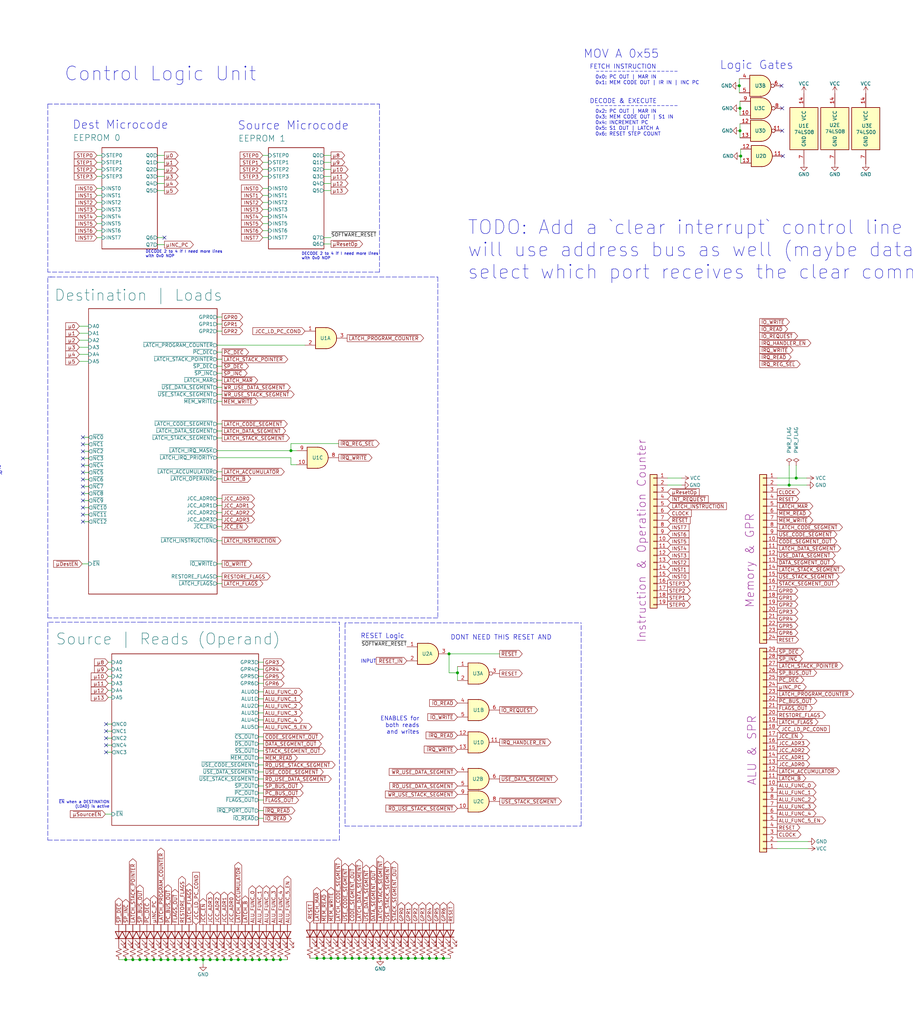
<source format=kicad_sch>
(kicad_sch (version 20211123) (generator eeschema)
  (paper "User" 329.997 370.002)
  (junction (at 60.706 346.71))
  (junction (at 285.242 175.26))
  (junction (at 162.306 236.22))
  (junction (at 134.874 346.202))
  (junction (at 75.946 346.71))
  (junction (at 70.866 346.71))
  (junction (at 267.462 47.244))
  (junction (at 122.174 346.202))
  (junction (at 48.006 346.71))
  (junction (at 145.034 346.202))
  (junction (at 50.546 346.71))
  (junction (at 53.086 346.71))
  (junction (at 150.114 346.202))
  (junction (at 142.494 346.202))
  (junction (at 117.094 346.202))
  (junction (at 155.194 346.202))
  (junction (at 137.414 346.202))
  (junction (at 93.726 346.71))
  (junction (at 58.166 346.71))
  (junction (at 147.574 346.202))
  (junction (at 91.186 346.71))
  (junction (at 124.714 346.202))
  (junction (at 81.026 346.71))
  (junction (at 160.274 346.202))
  (junction (at 152.654 346.202))
  (junction (at 127.254 346.202))
  (junction (at 139.954 346.202))
  (junction (at 45.466 346.71))
  (junction (at 63.246 346.71))
  (junction (at 165.354 243.078))
  (junction (at 119.634 346.202))
  (junction (at 83.566 346.71))
  (junction (at 101.346 346.71))
  (junction (at 267.208 30.988))
  (junction (at 88.646 346.71))
  (junction (at 55.626 346.71))
  (junction (at 114.554 346.202))
  (junction (at 86.106 346.71))
  (junction (at 98.806 346.71))
  (junction (at 65.786 346.71))
  (junction (at 78.486 346.71))
  (junction (at 129.794 346.202))
  (junction (at 73.406 346.71))
  (junction (at 287.782 172.72))
  (junction (at 267.716 56.388))
  (junction (at 157.734 346.202))
  (junction (at 68.326 346.71))
  (junction (at 132.334 346.202))
  (junction (at 96.266 346.71))
  (junction (at 267.462 39.116))
  (junction (at 105.156 162.814))
  (no_connect (at 38.354 264.16))
  (no_connect (at 59.436 85.852))
  (no_connect (at 38.354 269.24))
  (no_connect (at 29.972 170.688))
  (no_connect (at 29.972 157.988))
  (no_connect (at 29.972 160.528))
  (no_connect (at 29.972 163.068))
  (no_connect (at 29.972 165.608))
  (no_connect (at 29.972 168.148))
  (no_connect (at 38.354 266.7))
  (no_connect (at 38.354 261.62))
  (no_connect (at 282.956 56.388))
  (no_connect (at 29.972 188.468))
  (no_connect (at 29.972 183.388))
  (no_connect (at 29.972 180.848))
  (no_connect (at 29.972 178.308))
  (no_connect (at 29.972 173.228))
  (no_connect (at 29.972 175.768))
  (no_connect (at 282.448 30.988))
  (no_connect (at 282.702 39.116))
  (no_connect (at 282.702 47.244))
  (no_connect (at 38.354 271.78))
  (no_connect (at 29.972 185.928))
  (wire (pts (xy 94.996 73.152) (xy 97.028 73.152)))
  (wire (pts (xy 35.052 75.692) (xy 36.83 75.692)))
  (wire (pts (xy 78.486 185.166) (xy 80.264 185.166)))
  (wire (pts (xy 56.896 61.214) (xy 59.436 61.214)))
  (wire (pts (xy 56.896 85.852) (xy 59.436 85.852)))
  (wire (pts (xy 78.486 139.954) (xy 80.264 139.954)))
  (wire (pts (xy 39.116 249.428) (xy 40.386 249.428)))
  (wire (pts (xy 88.646 346.71) (xy 91.186 346.71)))
  (wire (pts (xy 124.714 346.202) (xy 127.254 346.202)))
  (wire (pts (xy 39.116 246.888) (xy 40.386 246.888)))
  (polyline (pts (xy 173.228 225.044) (xy 210.058 225.044)))
  (wire (pts (xy 38.354 266.7) (xy 40.386 266.7)))
  (polyline (pts (xy 122.682 303.53) (xy 122.682 224.79)))
  (wire (pts (xy 94.996 56.134) (xy 97.028 56.134)))
  (wire (pts (xy 78.486 170.434) (xy 80.264 170.434)))
  (wire (pts (xy 93.472 239.268) (xy 95.25 239.268)))
  (wire (pts (xy 117.094 346.202) (xy 119.634 346.202)))
  (wire (pts (xy 78.486 190.246) (xy 80.264 190.246)))
  (wire (pts (xy 78.486 114.554) (xy 80.264 114.554)))
  (wire (pts (xy 65.786 346.71) (xy 68.326 346.71)))
  (wire (pts (xy 105.156 167.894) (xy 105.156 165.354)))
  (wire (pts (xy 39.116 251.968) (xy 40.386 251.968)))
  (wire (pts (xy 70.866 346.71) (xy 73.406 346.71)))
  (wire (pts (xy 93.472 283.972) (xy 95.25 283.972)))
  (wire (pts (xy 267.462 39.116) (xy 267.462 41.656)))
  (wire (pts (xy 93.472 249.936) (xy 95.25 249.936)))
  (wire (pts (xy 78.486 129.794) (xy 80.264 129.794)))
  (wire (pts (xy 35.052 73.152) (xy 36.83 73.152)))
  (wire (pts (xy 93.472 260.096) (xy 95.25 260.096)))
  (wire (pts (xy 28.702 122.936) (xy 32.004 122.936)))
  (wire (pts (xy 78.486 117.094) (xy 80.264 117.094)))
  (wire (pts (xy 38.354 271.78) (xy 40.386 271.78)))
  (wire (pts (xy 117.094 61.214) (xy 119.634 61.214)))
  (wire (pts (xy 267.208 28.448) (xy 267.208 30.988)))
  (wire (pts (xy 93.472 273.812) (xy 95.25 273.812)))
  (wire (pts (xy 267.462 36.576) (xy 267.462 39.116)))
  (wire (pts (xy 29.972 165.608) (xy 32.004 165.608)))
  (polyline (pts (xy 51.308 224.79) (xy 122.682 224.79)))
  (wire (pts (xy 29.972 180.848) (xy 32.004 180.848)))
  (wire (pts (xy 137.414 346.202) (xy 139.954 346.202)))
  (wire (pts (xy 119.634 346.202) (xy 122.174 346.202)))
  (wire (pts (xy 93.472 271.272) (xy 95.25 271.272)))
  (wire (pts (xy 35.052 70.612) (xy 36.83 70.612)))
  (wire (pts (xy 63.246 346.71) (xy 65.786 346.71)))
  (wire (pts (xy 93.726 346.71) (xy 96.266 346.71)))
  (wire (pts (xy 165.354 243.078) (xy 162.306 243.078)))
  (wire (pts (xy 35.052 56.134) (xy 36.83 56.134)))
  (wire (pts (xy 127.254 346.202) (xy 129.794 346.202)))
  (wire (pts (xy 35.052 68.072) (xy 36.83 68.072)))
  (wire (pts (xy 78.486 155.702) (xy 80.264 155.702)))
  (wire (pts (xy 78.486 145.034) (xy 80.264 145.034)))
  (wire (pts (xy 155.194 346.202) (xy 157.734 346.202)))
  (wire (pts (xy 35.052 78.232) (xy 36.83 78.232)))
  (wire (pts (xy 78.486 195.326) (xy 80.264 195.326)))
  (wire (pts (xy 122.174 346.202) (xy 124.714 346.202)))
  (polyline (pts (xy 137.16 37.592) (xy 137.16 98.298)))
  (wire (pts (xy 93.472 268.732) (xy 95.25 268.732)))
  (wire (pts (xy 105.156 167.894) (xy 107.188 167.894)))
  (wire (pts (xy 56.896 58.674) (xy 59.436 58.674)))
  (wire (pts (xy 81.026 346.71) (xy 83.566 346.71)))
  (wire (pts (xy 287.782 172.72) (xy 280.924 172.72)))
  (wire (pts (xy 29.972 170.688) (xy 32.004 170.688)))
  (polyline (pts (xy 173.228 225.044) (xy 124.714 225.044)))
  (wire (pts (xy 56.896 56.134) (xy 59.436 56.134)))
  (wire (pts (xy 94.996 75.692) (xy 97.028 75.692)))
  (wire (pts (xy 93.472 246.888) (xy 95.25 246.888)))
  (polyline (pts (xy 17.272 224.79) (xy 17.272 303.53)))
  (wire (pts (xy 78.486 210.82) (xy 80.264 210.82)))
  (wire (pts (xy 241.3 175.26) (xy 246.38 175.26)))
  (wire (pts (xy 285.242 175.26) (xy 280.924 175.26)))
  (wire (pts (xy 94.996 85.852) (xy 97.028 85.852)))
  (wire (pts (xy 29.718 203.708) (xy 32.004 203.708)))
  (wire (pts (xy 35.052 83.312) (xy 36.83 83.312)))
  (wire (pts (xy 291.592 172.72) (xy 287.782 172.72)))
  (wire (pts (xy 68.326 346.71) (xy 70.866 346.71)))
  (wire (pts (xy 73.406 346.71) (xy 75.946 346.71)))
  (wire (pts (xy 267.462 47.244) (xy 267.462 49.784)))
  (wire (pts (xy 50.546 346.71) (xy 53.086 346.71)))
  (wire (pts (xy 122.428 160.274) (xy 105.156 160.274)))
  (polyline (pts (xy 17.272 303.53) (xy 122.682 303.53)))
  (wire (pts (xy 287.782 168.148) (xy 287.782 172.72)))
  (wire (pts (xy 165.354 243.078) (xy 165.354 245.872)))
  (polyline (pts (xy 17.272 223.266) (xy 17.272 100.076)))
  (polyline (pts (xy 17.272 37.592) (xy 137.16 37.592)))
  (wire (pts (xy 117.094 58.674) (xy 119.634 58.674)))
  (polyline (pts (xy 18.288 100.076) (xy 158.242 100.076)))
  (wire (pts (xy 91.186 346.71) (xy 93.726 346.71)))
  (wire (pts (xy 267.716 56.388) (xy 267.716 58.928)))
  (wire (pts (xy 73.406 346.71) (xy 73.406 348.234)))
  (wire (pts (xy 165.354 240.792) (xy 165.354 243.078)))
  (wire (pts (xy 291.592 175.26) (xy 285.242 175.26)))
  (wire (pts (xy 78.486 187.706) (xy 80.264 187.706)))
  (polyline (pts (xy 17.272 37.592) (xy 17.272 98.298)))
  (wire (pts (xy 94.996 61.214) (xy 97.028 61.214)))
  (wire (pts (xy 78.486 142.494) (xy 80.264 142.494)))
  (wire (pts (xy 78.486 127.254) (xy 80.264 127.254)))
  (wire (pts (xy 93.472 252.476) (xy 95.25 252.476)))
  (wire (pts (xy 86.106 346.71) (xy 88.646 346.71)))
  (wire (pts (xy 29.972 175.768) (xy 32.004 175.768)))
  (wire (pts (xy 38.354 269.24) (xy 40.386 269.24)))
  (wire (pts (xy 105.156 162.814) (xy 107.188 162.814)))
  (wire (pts (xy 93.472 286.512) (xy 95.25 286.512)))
  (wire (pts (xy 93.472 295.656) (xy 95.25 295.656)))
  (wire (pts (xy 38.1 294.132) (xy 40.386 294.132)))
  (wire (pts (xy 162.306 243.078) (xy 162.306 236.22)))
  (wire (pts (xy 78.486 203.708) (xy 80.264 203.708)))
  (wire (pts (xy 139.954 346.202) (xy 142.494 346.202)))
  (wire (pts (xy 132.334 346.202) (xy 134.874 346.202)))
  (wire (pts (xy 117.094 56.134) (xy 119.634 56.134)))
  (wire (pts (xy 285.242 168.148) (xy 285.242 175.26)))
  (wire (pts (xy 117.094 85.852) (xy 119.634 85.852)))
  (wire (pts (xy 280.924 306.578) (xy 292.1 306.578)))
  (wire (pts (xy 93.472 276.352) (xy 95.25 276.352)))
  (wire (pts (xy 35.052 58.674) (xy 36.83 58.674)))
  (wire (pts (xy 78.486 346.71) (xy 81.026 346.71)))
  (wire (pts (xy 112.014 346.202) (xy 114.554 346.202)))
  (polyline (pts (xy 137.16 98.298) (xy 17.272 98.298)))
  (wire (pts (xy 117.094 66.294) (xy 119.634 66.294)))
  (wire (pts (xy 56.896 88.392) (xy 59.436 88.392)))
  (wire (pts (xy 94.996 58.674) (xy 97.028 58.674)))
  (wire (pts (xy 94.996 83.312) (xy 97.028 83.312)))
  (wire (pts (xy 117.094 68.834) (xy 119.634 68.834)))
  (wire (pts (xy 93.472 266.192) (xy 95.25 266.192)))
  (wire (pts (xy 78.486 158.242) (xy 80.264 158.242)))
  (wire (pts (xy 145.034 346.202) (xy 147.574 346.202)))
  (wire (pts (xy 29.972 163.068) (xy 32.004 163.068)))
  (wire (pts (xy 55.626 346.71) (xy 58.166 346.71)))
  (wire (pts (xy 78.486 180.086) (xy 80.264 180.086)))
  (wire (pts (xy 83.566 346.71) (xy 86.106 346.71)))
  (wire (pts (xy 78.486 137.414) (xy 80.264 137.414)))
  (wire (pts (xy 58.166 346.71) (xy 60.706 346.71)))
  (wire (pts (xy 48.006 346.71) (xy 50.546 346.71)))
  (polyline (pts (xy 17.272 100.076) (xy 18.542 100.076)))
  (wire (pts (xy 267.208 30.988) (xy 267.208 33.528)))
  (wire (pts (xy 129.794 346.202) (xy 132.334 346.202)))
  (wire (pts (xy 93.472 241.808) (xy 95.25 241.808)))
  (polyline (pts (xy 158.242 223.266) (xy 17.272 223.266)))
  (wire (pts (xy 56.896 63.754) (xy 59.436 63.754)))
  (polyline (pts (xy 158.242 100.076) (xy 158.242 223.266)))
  (wire (pts (xy 98.806 346.71) (xy 101.346 346.71)))
  (wire (pts (xy 117.094 63.754) (xy 119.634 63.754)))
  (wire (pts (xy 39.116 241.808) (xy 40.386 241.808)))
  (wire (pts (xy 180.594 236.22) (xy 162.306 236.22)))
  (wire (pts (xy 105.156 160.274) (xy 105.156 162.814)))
  (wire (pts (xy 75.946 346.71) (xy 78.486 346.71)))
  (wire (pts (xy 78.486 162.814) (xy 105.156 162.814)))
  (wire (pts (xy 78.486 119.634) (xy 80.264 119.634)))
  (wire (pts (xy 93.472 278.892) (xy 95.25 278.892)))
  (wire (pts (xy 152.654 346.202) (xy 155.194 346.202)))
  (wire (pts (xy 160.274 346.202) (xy 162.814 346.202)))
  (wire (pts (xy 78.486 134.874) (xy 80.264 134.874)))
  (wire (pts (xy 39.116 244.348) (xy 40.386 244.348)))
  (wire (pts (xy 29.972 157.988) (xy 32.004 157.988)))
  (wire (pts (xy 42.926 346.71) (xy 45.466 346.71)))
  (wire (pts (xy 45.466 346.71) (xy 48.006 346.71)))
  (wire (pts (xy 35.052 85.852) (xy 36.83 85.852)))
  (wire (pts (xy 94.996 70.612) (xy 97.028 70.612)))
  (wire (pts (xy 78.486 182.626) (xy 80.264 182.626)))
  (wire (pts (xy 157.734 346.202) (xy 160.274 346.202)))
  (wire (pts (xy 29.972 168.148) (xy 32.004 168.148)))
  (wire (pts (xy 93.472 281.432) (xy 95.25 281.432)))
  (wire (pts (xy 94.996 80.772) (xy 97.028 80.772)))
  (wire (pts (xy 38.354 261.62) (xy 40.386 261.62)))
  (wire (pts (xy 241.3 172.72) (xy 246.38 172.72)))
  (wire (pts (xy 38.354 264.16) (xy 40.386 264.16)))
  (wire (pts (xy 267.462 44.704) (xy 267.462 47.244)))
  (wire (pts (xy 29.972 185.928) (xy 32.004 185.928)))
  (wire (pts (xy 114.554 346.202) (xy 117.094 346.202)))
  (wire (pts (xy 56.896 68.834) (xy 59.436 68.834)))
  (wire (pts (xy 28.702 128.016) (xy 32.004 128.016)))
  (wire (pts (xy 78.486 165.354) (xy 105.156 165.354)))
  (wire (pts (xy 29.972 183.388) (xy 32.004 183.388)))
  (wire (pts (xy 29.972 188.468) (xy 32.004 188.468)))
  (wire (pts (xy 29.972 160.528) (xy 32.004 160.528)))
  (wire (pts (xy 78.486 172.974) (xy 80.264 172.974)))
  (wire (pts (xy 53.086 346.71) (xy 55.626 346.71)))
  (wire (pts (xy 78.486 132.334) (xy 80.264 132.334)))
  (wire (pts (xy 29.972 178.308) (xy 32.004 178.308)))
  (wire (pts (xy 147.574 346.202) (xy 150.114 346.202)))
  (wire (pts (xy 94.996 78.232) (xy 97.028 78.232)))
  (wire (pts (xy 93.472 255.016) (xy 95.25 255.016)))
  (wire (pts (xy 134.874 346.202) (xy 137.414 346.202)))
  (wire (pts (xy 29.972 173.228) (xy 32.004 173.228)))
  (polyline (pts (xy 210.058 298.45) (xy 210.058 225.044)))
  (wire (pts (xy 93.472 292.862) (xy 95.25 292.862)))
  (wire (pts (xy 35.052 80.772) (xy 36.83 80.772)))
  (wire (pts (xy 94.996 68.072) (xy 97.028 68.072)))
  (wire (pts (xy 78.486 153.162) (xy 80.264 153.162)))
  (wire (pts (xy 28.702 125.476) (xy 32.004 125.476)))
  (wire (pts (xy 35.052 63.754) (xy 36.83 63.754)))
  (wire (pts (xy 93.472 262.636) (xy 95.25 262.636)))
  (wire (pts (xy 78.486 124.714) (xy 110.236 124.714)))
  (wire (pts (xy 39.116 239.268) (xy 40.386 239.268)))
  (wire (pts (xy 60.706 346.71) (xy 63.246 346.71)))
  (wire (pts (xy 28.702 117.856) (xy 32.004 117.856)))
  (wire (pts (xy 93.472 244.348) (xy 95.25 244.348)))
  (wire (pts (xy 267.716 53.848) (xy 267.716 56.388)))
  (wire (pts (xy 28.702 120.396) (xy 32.004 120.396)))
  (polyline (pts (xy 51.308 224.79) (xy 17.272 224.79)))
  (wire (pts (xy 142.494 346.202) (xy 145.034 346.202)))
  (wire (pts (xy 93.472 289.052) (xy 95.25 289.052)))
  (wire (pts (xy 150.114 346.202) (xy 152.654 346.202)))
  (wire (pts (xy 28.702 130.556) (xy 32.004 130.556)))
  (wire (pts (xy 94.996 63.754) (xy 97.028 63.754)))
  (wire (pts (xy 35.052 61.214) (xy 36.83 61.214)))
  (wire (pts (xy 96.266 346.71) (xy 98.806 346.71)))
  (polyline (pts (xy 124.714 298.45) (xy 210.058 298.45)))
  (wire (pts (xy 101.346 346.71) (xy 103.886 346.71)))
  (polyline (pts (xy 124.714 225.044) (xy 124.714 298.45)))
  (wire (pts (xy 93.472 257.556) (xy 95.25 257.556)))
  (wire (pts (xy 280.924 304.038) (xy 292.1 304.038)))
  (wire (pts (xy 56.896 66.294) (xy 59.436 66.294)))
  (wire (pts (xy 78.486 208.28) (xy 80.264 208.28)))
  (wire (pts (xy 117.094 88.138) (xy 119.634 88.138)))
  (text "Logic Gates" (at 260.096 25.4 0) (effects (font (size 3 3)) (justify left bottom)))
  (text "ALU\n-------------------\n0x20:	A\n0x21:	ADD\n0x22:	ADC\n0x23:	SUB\n0x24:	SBB\n0x25:	INC\n0x26:	DEC\n0x27:	AND\n0x28:	OR\n0x29:	XOR\n0x2a:	SHL\n0x2b:	SHR\n0x2c:	ASL\n0x2d:	ASR\n0x2e:	ROR\n0x2f:	ROL\n0x40:	NOT A\n0x41:	** NOT ADD\n0x42:	** NOT ADC\n0x43:	** NOT SUB\n0x44:	** NOT SBB\n0x45:	** NOT INC\n0x46:	** NOT DEC\n0x47:	NAND\n0x48:	NOR\n0x49:	XNOR\n0x4a:	** NOT SHL\n0x4b:	** NOT SHR\n0x4c:	** NOT ASL\n0x4d:	** NOT ASR\n0x4e:	** NOT ROR\n0x4f:	** NOT ROL\n\n** Functions, but not very useful" (at -80.01 255.778 0) (effects (font (size 1.27 1.27)) (justify left bottom)))
  (text "Dest Microcode" (at 26.162 46.99 0) (effects (font (size 3 3)) (justify left bottom)))
  (text "DECODE 2 to 4 if I need more lines\nwith 0x0 NOP" (at 52.578 93.218 0) (effects (font (size 1 1)) (justify left bottom)))
  (text "GPR\n-------------------\n0x0:	NOP\n0x1:	LATCH C\n0x2:	LATCH D\n0x3:	LATCH S1\n0x4:	LATCH S2\n0x5:	LATCH F\n0x6:	LATCH S3\n0x7:	NOP" (at -39.878 124.968 0) (effects (font (size 1.27 1.27)) (justify left bottom)))
  (text "JCC\n-------------------\n0x30:	JUMP\n0x31:	JLE / JNG\n0x32:	JG / JNLE\n0x33:	JGE / JNL\n0x34:	JL / JNGE\n0x35:	JA / JNBE\n0x36:	JBE / JNA\n0x37:	JNB / JAE / JNC\n0x38:	JB / JNAE / JC\n0x39:	JNE / JNZ\n0x3a:	JE / JZ\n0x3b:	JNS\n0x3c:	JS\n0x3d:	JNO\n0x3e:	JO\n0x3f:	NOP" (at -39.624 235.458 0) (effects (font (size 1.27 1.27)) (justify left bottom)))
  (text "Control Logic Unit" (at 23.114 29.718 0) (effects (font (size 5 5)) (justify left bottom)))
  (text "DECODE 2 to 4 if I need more lines\nwith 0x0 NOP" (at 108.966 93.98 0) (effects (font (size 1 1)) (justify left bottom)))
  (text "SPR & MEMORY\n-------------------\n0x10:	MEM CODE OUT\n0x11:	MEM DATA OUT\n0x12:	MEM STACK OUT\n0x13:	CODE SEG OUT\n0x14:	DATA SEG OUT\n0x15:	STACK SEG OUT\n0x16:	PROGRAM COUNTER OUT\n0x17:	STACK POINTER OUT\n0x18:	FLAGS OUT\n0x19:	IO READ\n0x1a:	IRQ PORT OUT\n0x1b:	n.c.\n0x1c:	n.c.\n0x1d:	n.c.\n0x1e:	n.c.\n0x1f:	n.c." (at -80.264 179.578 0) (effects (font (size 1.27 1.27)) (justify left bottom)))
  (text "DONT NEED THIS RESET AND" (at 162.814 231.394 0) (effects (font (size 1.7 1.7)) (justify left bottom)))
  (text "Source Microcode" (at 85.852 47.244 0) (effects (font (size 3 3)) (justify left bottom)))
  (text "-------------------\n0x0: PC OUT | MAR IN\n0x1: MEM CODE OUT | IR IN | INC PC" (at 215.138 30.734 0) (effects (font (size 1.27 1.27)) (justify left bottom)))
  (text "WRITE" (at -39.878 102.87 0) (effects (font (size 3 3)) (justify left bottom)))
  (text "READ" (at -80.772 102.87 0) (effects (font (size 3 3)) (justify left bottom)))
  (text "FETCH INSTRUCTION" (at 213.106 25.146 0) (effects (font (size 1.6 1.6)) (justify left bottom)))
  (text "DECODE & EXECUTE" (at 213.106 37.592 0) (effects (font (size 1.6 1.6)) (justify left bottom)))
  (text "INPUT" (at 130.302 239.776 0) (effects (font (size 1.27 1.27)) (justify left bottom)))
  (text "~{EN} when a DESTINATION\n(LOAD) is active" (at 39.624 292.1 180) (effects (font (size 1 1)) (justify right bottom)))
  (text "GPR\n-------------------\n0x0:	NOP\n0x1:	C OUT\n0x2:	D OUT\n0x3:	S1 OUT\n0x4:	S2 OUT\n0x5:	S1S2 OUT\n0x6:	F OUT\n0x7:	S3 OUT\n0x8:	S3 LSB OUT\n0x9:	S3 MSB OUT\n0xa:	NOP\n0xb:	NOP\n0xc:	NOP\n0xd:	NOP\n0xe:	NOP\n0xf:	NOP" (at -80.264 140.97 0) (effects (font (size 1.27 1.27)) (justify left bottom)))
  (text "SPR & MEMORY\n-------------------\n0x10:	LATCH A\n0x11:	LATCH B\n0x12:	IO WRITE\n0x13:	LATCH IRQ MASK\n0x14:	LARCH IRQ PRIORITY\n0x15: 	MEM WRITE DATA\n0x16:	MEM WRITE STACK\n0x17: 	LATCH FLAGS\n0x18: 	RESTORE FLAGS\n0x19: 	LATCH MAR\n0x1a:	LATCH STACK SEG\n0x1b:	LATCH CODE SEG\n0x1c:	LATCH DATA SEG\n0x1d:	n.c.\n0x1e:	n.c.\n0x1f:	n.c.\n0x20:	LATCH INSTRUCTION\n0x21:	n.c.\n0x22:	INCREMENT PROGRAM COUNTER\n0x23:	DECREMENT PROGRAM COUNTER\n0x24:	LATCH PROGRAM COUNTER\n0x25:	INCREMENT STACK POINTER\n0x26:	DECREMENT STACK POINTER\n0x27:	LATCH STACK POINTER\n0x28:	n.c.\n0x29:	n.c.\n0x2a:	n.c.\n0x2b:	n.c.\n0x2c:	n.c.\n0x2d:	n.c.\n0x2e:	n.c.\n0x2f:	n.c." (at -39.624 196.342 0) (effects (font (size 1.27 1.27)) (justify left bottom)))
  (text "-------------------\n0x2: PC OUT | MAR IN\n0x3: MEM CODE OUT | S1 IN\n0x4: INCREMENT PC\n0x5: S1 OUT | LATCH A\n0x6: RESET STEP COUNT" (at 215.138 49.276 0) (effects (font (size 1.27 1.27)) (justify left bottom)))
  (text "TODO: Add a `clear interrupt` control line which \nwill use address bus as well (maybe data) to \nselect which port receives the clear command" (at 168.91 101.346 0) (effects (font (size 5 5)) (justify left bottom)))
  (text "MOV A 0x55" (at 210.82 21.336 0) (effects (font (size 3 3)) (justify left bottom)))
  (text "ENABLES for\nboth reads\nand writes" (at 151.638 265.43 180) (effects (font (size 1.5 1.5)) (justify right bottom)))
  (text "RESET Logic" (at 130.302 230.886 0) (effects (font (size 1.7 1.7)) (justify left bottom)))
  (label "~{SOFTWARE_RESET}" (at 147.066 233.68 180))
  (label "~{SOFTWARE_RESET}" (at 119.634 85.852 0))
  (global_label "~{LATCH_STACK_SEGMENT}" (shape output) (at 280.924 205.74 0) (property "Intersheet References" "${INTERSHEET_REFS}" (effects hide)))
  (global_label "~{MEM_READ}" (shape output) (at 117.094 333.502 90) (property "Intersheet References" "${INTERSHEET_REFS}" (effects hide)))
  (global_label "~{LATCH_STACK_SEGMENT}" (shape output) (at 137.414 333.502 90) (property "Intersheet References" "${INTERSHEET_REFS}" (effects hide)))
  (global_label "~{MEM_WRITE}" (shape output) (at 280.924 187.96 0) (property "Intersheet References" "${INTERSHEET_REFS}" (effects hide)))
  (global_label "GPR6" (shape output) (at 160.274 333.502 90) (property "Intersheet References" "${INTERSHEET_REFS}" (effects hide)))
  (global_label "GPR4" (shape output) (at 95.25 241.808 0) (property "Intersheet References" "${INTERSHEET_REFS}" (effects hide)))
  (global_label "~{RD_USE_DATA_SEGMENT}" (shape output) (at 95.25 281.432 0) (property "Intersheet References" "${INTERSHEET_REFS}" (effects hide)))
  (global_label "GPR4" (shape output) (at 280.924 223.52 0) (property "Intersheet References" "${INTERSHEET_REFS}" (effects hide)))
  (global_label "GPR5" (shape output) (at 157.734 333.502 90) (property "Intersheet References" "${INTERSHEET_REFS}" (effects hide)))
  (global_label "RESTORE_FLAGS" (shape output) (at 80.264 208.28 0) (property "Intersheet References" "${INTERSHEET_REFS}" (effects hide)))
  (global_label "~{IO_READ}" (shape output) (at 95.25 295.656 0) (property "Intersheet References" "${INTERSHEET_REFS}" (effects hide)))
  (global_label "STEP1" (shape output) (at 241.3 215.9 0) (property "Intersheet References" "${INTERSHEET_REFS}" (effects hide)))
  (global_label "STEP2" (shape output) (at 241.3 213.36 0) (property "Intersheet References" "${INTERSHEET_REFS}" (effects hide)))
  (global_label "μ5" (shape input) (at 28.702 130.556 180) (property "Intersheet References" "${INTERSHEET_REFS}" (effects hide)))
  (global_label "GPR1" (shape output) (at 80.264 117.094 0) (property "Intersheet References" "${INTERSHEET_REFS}" (effects hide)))
  (global_label "~{PC_BUS_OUT}" (shape output) (at 95.25 286.512 0) (property "Intersheet References" "${INTERSHEET_REFS}" (effects hide)))
  (global_label "~{LATCH_DATA_SEGMENT}" (shape output) (at 129.794 333.502 90) (property "Intersheet References" "${INTERSHEET_REFS}" (effects hide)))
  (global_label "~{PC_DEC}" (shape output) (at 53.086 334.01 90) (property "Intersheet References" "${INTERSHEET_REFS}" (effects hide)))
  (global_label "STEP3" (shape input) (at 94.996 63.754 180) (property "Intersheet References" "${INTERSHEET_REFS}" (effects hide)))
  (global_label "~{IRQ_READ}" (shape input) (at 165.354 265.684 180) (property "Intersheet References" "${INTERSHEET_REFS}" (effects hide)))
  (global_label "~{SP_DEC}" (shape output) (at 42.926 334.01 90) (property "Intersheet References" "${INTERSHEET_REFS}" (effects hide)))
  (global_label "INST5" (shape input) (at 35.052 80.772 180) (property "Intersheet References" "${INTERSHEET_REFS}" (effects hide)))
  (global_label "GPR3" (shape output) (at 95.25 239.268 0) (property "Intersheet References" "${INTERSHEET_REFS}" (effects hide)))
  (global_label "RESET" (shape input) (at 112.014 333.502 90) (effects (font (size 1.2 1.2))) (property "Intersheet References" "${INTERSHEET_REFS}" (effects hide)))
  (global_label "JCC_ADR1" (shape output) (at 280.924 273.558 0) (property "Intersheet References" "${INTERSHEET_REFS}" (effects hide)))
  (global_label "~{PC_DEC}" (shape output) (at 80.264 127.254 0) (property "Intersheet References" "${INTERSHEET_REFS}" (effects hide)))
  (global_label "~{USE_CODE_SEGMENT}" (shape output) (at 124.714 333.502 90) (property "Intersheet References" "${INTERSHEET_REFS}" (effects hide)))
  (global_label "ALU_FUNC_5_EN" (shape output) (at 280.924 296.418 0) (property "Intersheet References" "${INTERSHEET_REFS}" (effects hide)))
  (global_label "RESTORE_FLAGS" (shape output) (at 65.786 334.01 90) (property "Intersheet References" "${INTERSHEET_REFS}" (effects hide)))
  (global_label "INST6" (shape input) (at 35.052 83.312 180) (property "Intersheet References" "${INTERSHEET_REFS}" (effects hide)))
  (global_label "~{SP_DEC}" (shape output) (at 280.924 235.458 0) (property "Intersheet References" "${INTERSHEET_REFS}" (effects hide)))
  (global_label "μINC_PC" (shape output) (at 59.436 88.392 0) (property "Intersheet References" "${INTERSHEET_REFS}" (effects hide)))
  (global_label "ALU_FUNC_4" (shape output) (at 280.924 293.878 0) (property "Intersheet References" "${INTERSHEET_REFS}" (effects hide)))
  (global_label "~{PC_BUS_OUT}" (shape output) (at 60.706 334.01 90) (property "Intersheet References" "${INTERSHEET_REFS}" (effects hide)))
  (global_label "~{SP_BUS_OUT}" (shape output) (at 95.25 283.972 0) (property "Intersheet References" "${INTERSHEET_REFS}" (effects hide)))
  (global_label "μ5" (shape output) (at 59.436 68.834 0) (property "Intersheet References" "${INTERSHEET_REFS}" (effects hide)))
  (global_label "~{IRQ_WRITE}" (shape output) (at 122.428 165.354 0) (property "Intersheet References" "${INTERSHEET_REFS}" (effects hide)))
  (global_label "INST0" (shape input) (at 94.996 68.072 180) (property "Intersheet References" "${INTERSHEET_REFS}" (effects hide)))
  (global_label "ALU_FUNC_0" (shape output) (at 91.186 334.01 90) (property "Intersheet References" "${INTERSHEET_REFS}" (effects hide)))
  (global_label "ALU_FUNC_2" (shape output) (at 95.25 255.016 0) (property "Intersheet References" "${INTERSHEET_REFS}" (effects hide)))
  (global_label "μ11" (shape input) (at 39.116 246.888 180) (property "Intersheet References" "${INTERSHEET_REFS}" (effects hide)))
  (global_label "~{LATCH_STACK_POINTER}" (shape output) (at 280.924 240.538 0) (property "Intersheet References" "${INTERSHEET_REFS}" (effects hide)))
  (global_label "μ1" (shape input) (at 28.702 120.396 180) (property "Intersheet References" "${INTERSHEET_REFS}" (effects hide)))
  (global_label "STEP3" (shape input) (at 35.052 63.754 180) (property "Intersheet References" "${INTERSHEET_REFS}" (effects hide)))
  (global_label "INST7" (shape input) (at 35.052 85.852 180) (property "Intersheet References" "${INTERSHEET_REFS}" (effects hide)))
  (global_label "~{LATCH_INSTRUCTION}" (shape output) (at 80.264 195.326 0) (property "Intersheet References" "${INTERSHEET_REFS}" (effects hide)))
  (global_label "~{RESET}" (shape input) (at 241.3 187.96 0) (property "Intersheet References" "${INTERSHEET_REFS}" (effects hide)))
  (global_label "INST5" (shape input) (at 94.996 80.772 180) (property "Intersheet References" "${INTERSHEET_REFS}" (effects hide)))
  (global_label "CLOCK" (shape input) (at 241.3 185.42 0) (property "Intersheet References" "${INTERSHEET_REFS}" (effects hide)))
  (global_label "~{LATCH_DATA_SEGMENT}" (shape output) (at 80.264 155.702 0) (property "Intersheet References" "${INTERSHEET_REFS}" (effects hide)))
  (global_label "μ11" (shape output) (at 119.634 63.754 0) (property "Intersheet References" "${INTERSHEET_REFS}" (effects hide)))
  (global_label "~{PC_DEC}" (shape output) (at 280.924 245.618 0) (property "Intersheet References" "${INTERSHEET_REFS}" (effects hide)))
  (global_label "JCC_ADR2" (shape output) (at 80.264 185.166 0) (property "Intersheet References" "${INTERSHEET_REFS}" (effects hide)))
  (global_label "INST0" (shape input) (at 241.3 208.28 0) (property "Intersheet References" "${INTERSHEET_REFS}" (effects hide)))
  (global_label "JCC_ADR2" (shape output) (at 78.486 334.01 90) (property "Intersheet References" "${INTERSHEET_REFS}" (effects hide)))
  (global_label "JCC_ADR1" (shape output) (at 80.264 182.626 0) (property "Intersheet References" "${INTERSHEET_REFS}" (effects hide)))
  (global_label "JCC_ADR3" (shape output) (at 80.264 187.706 0) (property "Intersheet References" "${INTERSHEET_REFS}" (effects hide)))
  (global_label "JCC_ADR0" (shape output) (at 280.924 276.098 0) (property "Intersheet References" "${INTERSHEET_REFS}" (effects hide)))
  (global_label "~{IO_READ}" (shape output) (at 274.574 118.872 0) (property "Intersheet References" "${INTERSHEET_REFS}" (effects hide)))
  (global_label "~{USE_CODE_SEGMENT}" (shape output) (at 280.924 193.04 0) (property "Intersheet References" "${INTERSHEET_REFS}" (effects hide)))
  (global_label "~{LATCH_PROGRAM_COUNTER}" (shape output) (at 125.476 122.174 0) (property "Intersheet References" "${INTERSHEET_REFS}" (effects hide)))
  (global_label "~{RESET}" (shape output) (at 180.594 236.22 0) (property "Intersheet References" "${INTERSHEET_REFS}" (effects hide)))
  (global_label "μ12" (shape input) (at 39.116 249.428 180) (property "Intersheet References" "${INTERSHEET_REFS}" (effects hide)))
  (global_label "JCC_LD_PC_COND" (shape input) (at 280.924 263.398 0) (property "Intersheet References" "${INTERSHEET_REFS}" (effects hide)))
  (global_label "μ10" (shape output) (at 119.634 61.214 0) (property "Intersheet References" "${INTERSHEET_REFS}" (effects hide)))
  (global_label "~{LATCH_MAR}" (shape output) (at 280.924 182.88 0) (property "Intersheet References" "${INTERSHEET_REFS}" (effects hide)))
  (global_label "INST4" (shape input) (at 35.052 78.232 180) (property "Intersheet References" "${INTERSHEET_REFS}" (effects hide)))
  (global_label "~{WR_USE_DATA_SEGMENT}" (shape output) (at 80.264 139.954 0) (property "Intersheet References" "${INTERSHEET_REFS}" (effects hide)))
  (global_label "~{STACK_SEGMENT_OUT}" (shape output) (at 280.924 210.82 0) (property "Intersheet References" "${INTERSHEET_REFS}" (effects hide)))
  (global_label "STEP3" (shape output) (at 241.3 210.82 0) (property "Intersheet References" "${INTERSHEET_REFS}" (effects hide)))
  (global_label "JCC_ADR3" (shape output) (at 75.946 334.01 90) (property "Intersheet References" "${INTERSHEET_REFS}" (effects hide)))
  (global_label "μ8" (shape input) (at 39.116 239.268 180) (property "Intersheet References" "${INTERSHEET_REFS}" (effects hide)))
  (global_label "μ4" (shape output) (at 59.436 66.294 0) (property "Intersheet References" "${INTERSHEET_REFS}" (effects hide)))
  (global_label "ALU_FUNC_3" (shape output) (at 280.924 291.338 0) (property "Intersheet References" "${INTERSHEET_REFS}" (effects hide)))
  (global_label "~{IRQ_HANDLER_EN}" (shape output) (at 274.574 123.952 0) (property "Intersheet References" "${INTERSHEET_REFS}" (effects hide)))
  (global_label "~{IRQ_REG_SEL}" (shape output) (at 122.428 160.274 0) (property "Intersheet References" "${INTERSHEET_REFS}" (effects hide)))
  (global_label "JCC_ADR1" (shape output) (at 81.026 334.01 90) (property "Intersheet References" "${INTERSHEET_REFS}" (effects hide)))
  (global_label "~{LATCH_CODE_SEGMENT}" (shape output) (at 80.264 153.162 0) (property "Intersheet References" "${INTERSHEET_REFS}" (effects hide)))
  (global_label "GPR0" (shape output) (at 80.264 114.554 0) (property "Intersheet References" "${INTERSHEET_REFS}" (effects hide)))
  (global_label "~{SP_DEC}" (shape output) (at 80.264 132.334 0) (property "Intersheet References" "${INTERSHEET_REFS}" (effects hide)))
  (global_label "INST3" (shape input) (at 94.996 75.692 180) (property "Intersheet References" "${INTERSHEET_REFS}" (effects hide)))
  (global_label "~{LATCH_INSTRUCTION}" (shape input) (at 241.3 182.88 0) (property "Intersheet References" "${INTERSHEET_REFS}" (effects hide)))
  (global_label "μ12" (shape output) (at 119.634 66.294 0) (property "Intersheet References" "${INTERSHEET_REFS}" (effects hide)))
  (global_label "CLOCK" (shape output) (at 280.924 301.498 0) (property "Intersheet References" "${INTERSHEET_REFS}" (effects hide)))
  (global_label "μ13" (shape input) (at 39.116 251.968 180) (property "Intersheet References" "${INTERSHEET_REFS}" (effects hide)))
  (global_label "ALU_FUNC_0" (shape output) (at 95.25 249.936 0) (property "Intersheet References" "${INTERSHEET_REFS}" (effects hide)))
  (global_label "~{DATA_SEGMENT_OUT}" (shape output) (at 95.25 268.732 0) (property "Intersheet References" "${INTERSHEET_REFS}" (effects hide)))
  (global_label "GPR3" (shape output) (at 280.924 220.98 0) (property "Intersheet References" "${INTERSHEET_REFS}" (effects hide)))
  (global_label "~{MEM_WRITE}" (shape output) (at 119.634 333.502 90) (property "Intersheet References" "${INTERSHEET_REFS}" (effects hide)))
  (global_label "~{JCC_EN}" (shape output) (at 73.406 334.01 90) (property "Intersheet References" "${INTERSHEET_REFS}" (effects hide)))
  (global_label "~{SP_INC}" (shape output) (at 45.466 334.01 90) (property "Intersheet References" "${INTERSHEET_REFS}" (effects hide)))
  (global_label "GPR2" (shape output) (at 280.924 218.44 0) (property "Intersheet References" "${INTERSHEET_REFS}" (effects hide)))
  (global_label "~{LATCH_STACK_POINTER}" (shape output) (at 48.006 334.01 90) (property "Intersheet References" "${INTERSHEET_REFS}" (effects hide)))
  (global_label "~{IRQ_REG_SEL}" (shape output) (at 274.574 131.572 0) (property "Intersheet References" "${INTERSHEET_REFS}" (effects hide)))
  (global_label "μ8" (shape output) (at 119.634 56.134 0) (property "Intersheet References" "${INTERSHEET_REFS}" (effects hide)))
  (global_label "JCC_ADR0" (shape output) (at 80.264 180.086 0) (property "Intersheet References" "${INTERSHEET_REFS}" (effects hide)))
  (global_label "ALU_FUNC_5_EN" (shape output) (at 95.25 262.636 0) (property "Intersheet References" "${INTERSHEET_REFS}" (effects hide)))
  (global_label "~{CODE_SEGMENT_OUT}" (shape output) (at 127.254 333.502 90) (property "Intersheet References" "${INTERSHEET_REFS}" (effects hide)))
  (global_label "~{LATCH_PROGRAM_COUNTER}" (shape output) (at 280.924 250.698 0) (property "Intersheet References" "${INTERSHEET_REFS}" (effects hide)))
  (global_label "STEP0" (shape input) (at 94.996 56.134 180) (property "Intersheet References" "${INTERSHEET_REFS}" (effects hide)))
  (global_label "INST2" (shape input) (at 35.052 73.152 180) (property "Intersheet References" "${INTERSHEET_REFS}" (effects hide)))
  (global_label "ALU_FUNC_2" (shape output) (at 96.266 334.01 90) (property "Intersheet References" "${INTERSHEET_REFS}" (effects hide)))
  (global_label "~{WR_USE_STACK_SEGMENT}" (shape output) (at 80.264 142.494 0) (property "Intersheet References" "${INTERSHEET_REFS}" (effects hide)))
  (global_label "~{MEM_READ}" (shape output) (at 280.924 185.42 0) (property "Intersheet References" "${INTERSHEET_REFS}" (effects hide)))
  (global_label "~{RD_USE_STACK_SEGMENT}" (shape output) (at 95.25 276.352 0) (property "Intersheet References" "${INTERSHEET_REFS}" (effects hide)))
  (global_label "~{IO_WRITE}" (shape input) (at 165.354 259.08 180) (property "Intersheet References" "${INTERSHEET_REFS}" (effects hide)))
  (global_label "INST6" (shape input) (at 241.3 193.04 0) (property "Intersheet References" "${INTERSHEET_REFS}" (effects hide)))
  (global_label "JCC_ADR3" (shape output) (at 280.924 268.478 0) (property "Intersheet References" "${INTERSHEET_REFS}" (effects hide)))
  (global_label "GPR5" (shape output) (at 95.25 244.348 0) (property "Intersheet References" "${INTERSHEET_REFS}" (effects hide)))
  (global_label "~{LATCH_ACCUMULATOR}" (shape output) (at 86.106 334.01 90) (property "Intersheet References" "${INTERSHEET_REFS}" (effects hide)))
  (global_label "~{WR_USE_STACK_SEGMENT}" (shape input) (at 165.354 287.02 180) (property "Intersheet References" "${INTERSHEET_REFS}" (effects hide)))
  (global_label "~{RD_USE_STACK_SEGMENT}" (shape input) (at 165.354 292.1 180) (property "Intersheet References" "${INTERSHEET_REFS}" (effects hide)))
  (global_label "~{CODE_SEGMENT_OUT}" (shape output) (at 95.25 266.192 0) (property "Intersheet References" "${INTERSHEET_REFS}" (effects hide)))
  (global_label "μ9" (shape output) (at 119.634 58.674 0) (property "Intersheet References" "${INTERSHEET_REFS}" (effects hide)))
  (global_label "INST2" (shape input) (at 94.996 73.152 180) (property "Intersheet References" "${INTERSHEET_REFS}" (effects hide)))
  (global_label "~{DATA_SEGMENT_OUT}" (shape output) (at 134.874 333.502 90) (property "Intersheet References" "${INTERSHEET_REFS}" (effects hide)))
  (global_label "~{INT_REQUEST}" (shape input) (at 241.3 180.34 0) (property "Intersheet References" "${INTERSHEET_REFS}" (effects hide)))
  (global_label "~{LATCH_FLAGS}" (shape output) (at 68.326 334.01 90) (property "Intersheet References" "${INTERSHEET_REFS}" (effects hide)))
  (global_label "STEP0" (shape input) (at 35.052 56.134 180) (property "Intersheet References" "${INTERSHEET_REFS}" (effects hide)))
  (global_label "ALU_FUNC_1" (shape output) (at 93.726 334.01 90) (property "Intersheet References" "${INTERSHEET_REFS}" (effects hide)))
  (global_label "ALU_FUNC_3" (shape output) (at 95.25 257.556 0) (property "Intersheet References" "${INTERSHEET_REFS}" (effects hide)))
  (global_label "~{LATCH_FLAGS}" (shape output) (at 80.264 210.82 0) (property "Intersheet References" "${INTERSHEET_REFS}" (effects hide)))
  (global_label "~{μResetOp}" (shape input) (at 241.3 177.8 0) (property "Intersheet References" "${INTERSHEET_REFS}" (effects hide)))
  (global_label "μ10" (shape input) (at 39.116 244.348 180) (property "Intersheet References" "${INTERSHEET_REFS}" (effects hide)))
  (global_label "ALU_FUNC_1" (shape output) (at 95.25 252.476 0) (property "Intersheet References" "${INTERSHEET_REFS}" (effects hide)))
  (global_label "~{μDestEN}" (shape input) (at 29.718 203.708 180) (property "Intersheet References" "${INTERSHEET_REFS}" (effects hide)))
  (global_label "GPR0" (shape output) (at 280.924 213.36 0) (property "Intersheet References" "${INTERSHEET_REFS}" (effects hide)))
  (global_label "~{USE_CODE_SEGMENT}" (shape output) (at 95.25 278.892 0) (property "Intersheet References" "${INTERSHEET_REFS}" (effects hide)))
  (global_label "~{LATCH_FLAGS}" (shape output) (at 280.924 260.858 0) (property "Intersheet References" "${INTERSHEET_REFS}" (effects hide)))
  (global_label "~{SP_BUS_OUT}" (shape output) (at 50.546 334.01 90) (property "Intersheet References" "${INTERSHEET_REFS}" (effects hide)))
  (global_label "~{IO_WRITE}" (shape output) (at 274.574 116.332 0) (property "Intersheet References" "${INTERSHEET_REFS}" (effects hide)))
  (global_label "INST5" (shape input) (at 241.3 195.58 0) (property "Intersheet References" "${INTERSHEET_REFS}" (effects hide)))
  (global_label "~{RESET_IN}" (shape input) (at 147.066 238.76 180) (property "Intersheet References" "${INTERSHEET_REFS}" (effects hide)))
  (global_label "JCC_LD_PC_COND" (shape input) (at 110.236 119.634 180) (property "Intersheet References" "${INTERSHEET_REFS}" (effects hide)))
  (global_label "μ2" (shape input) (at 28.702 122.936 180) (property "Intersheet References" "${INTERSHEET_REFS}" (effects hide)))
  (global_label "~{IRQ_READ}" (shape output) (at 274.574 129.032 0) (property "Intersheet References" "${INTERSHEET_REFS}" (effects hide)))
  (global_label "μ0" (shape input) (at 28.702 117.856 180) (property "Intersheet References" "${INTERSHEET_REFS}" (effects hide)))
  (global_label "INST3" (shape input) (at 35.052 75.692 180) (property "Intersheet References" "${INTERSHEET_REFS}" (effects hide)))
  (global_label "STEP2" (shape input) (at 35.052 61.214 180) (property "Intersheet References" "${INTERSHEET_REFS}" (effects hide)))
  (global_label "~{FLAGS_OUT}" (shape output) (at 63.246 334.01 90) (property "Intersheet References" "${INTERSHEET_REFS}" (effects hide)))
  (global_label "~{LATCH_STACK_SEGMENT}" (shape output) (at 80.264 158.242 0) (property "Intersheet References" "${INTERSHEET_REFS}" (effects hide)))
  (global_label "ALU_FUNC_2" (shape output) (at 280.924 288.798 0) (property "Intersheet References" "${INTERSHEET_REFS}" (effects hide)))
  (global_label "GPR2" (shape output) (at 150.114 333.502 90) (property "Intersheet References" "${INTERSHEET_REFS}" (effects hide)))
  (global_label "~{SP_INC}" (shape output) (at 280.924 237.998 0) (property "Intersheet References" "${INTERSHEET_REFS}" (effects hide)))
  (global_label "~{MEM_WRITE}" (shape output) (at 80.264 145.034 0) (property "Intersheet References" "${INTERSHEET_REFS}" (effects hide)))
  (global_label "~{LATCH_ACCUMULATOR}" (shape output) (at 80.264 170.434 0) (property "Intersheet References" "${INTERSHEET_REFS}" (effects hide)))
  (global_label "~{STACK_SEGMENT_OUT}" (shape output) (at 95.25 271.272 0) (property "Intersheet References" "${INTERSHEET_REFS}" (effects hide)))
  (global_label "INST1" (shape input) (at 35.052 70.612 180) (property "Intersheet References" "${INTERSHEET_REFS}" (effects hide)))
  (global_label "STEP1" (shape input) (at 35.052 58.674 180) (property "Intersheet References" "${INTERSHEET_REFS}" (effects hide)))
  (global_label "μ2" (shape output) (at 59.436 61.214 0) (property "Intersheet References" "${INTERSHEET_REFS}" (effects hide)))
  (global_label "~{SP_INC}" (shape output) (at 80.264 134.874 0) (property "Intersheet References" "${INTERSHEET_REFS}" (effects hide)))
  (global_label "INST1" (shape input) (at 241.3 205.74 0) (property "Intersheet References" "${INTERSHEET_REFS}" (effects hide)))
  (global_label "~{LATCH_PROGRAM_COUNTER}" (shape output) (at 58.166 334.01 90) (property "Intersheet References" "${INTERSHEET_REFS}" (effects hide)))
  (global_label "~{LATCH_CODE_SEGMENT}" (shape output) (at 122.174 333.502 90) (property "Intersheet References" "${INTERSHEET_REFS}" (effects hide)))
  (global_label "INST2" (shape input) (at 241.3 203.2 0) (property "Intersheet References" "${INTERSHEET_REFS}" (effects hide)))
  (global_label "~{LATCH_STACK_POINTER}" (shape output) (at 80.264 129.794 0) (property "Intersheet References" "${INTERSHEET_REFS}" (effects hide)))
  (global_label "INST4" (shape input) (at 94.996 78.232 180) (property "Intersheet References" "${INTERSHEET_REFS}" (effects hide)))
  (global_label "ALU_FUNC_0" (shape output) (at 280.924 283.718 0) (property "Intersheet References" "${INTERSHEET_REFS}" (effects hide)))
  (global_label "~{IO_REQUEST}" (shape output) (at 180.594 256.54 0) (property "Intersheet References" "${INTERSHEET_REFS}" (effects hide)))
  (global_label "INST0" (shape input) (at 35.052 68.072 180) (property "Intersheet References" "${INTERSHEET_REFS}" (effects hide)))
  (global_label "μ3" (shape output) (at 59.436 63.754 0) (property "Intersheet References" "${INTERSHEET_REFS}" (effects hide)))
  (global_label "GPR1" (shape output) (at 280.924 215.9 0) (property "Intersheet References" "${INTERSHEET_REFS}" (effects hide)))
  (global_label "~{IRQ_READ}" (shape output) (at 95.25 292.862 0) (property "Intersheet References" "${INTERSHEET_REFS}" (effects hide)))
  (global_label "ALU_FUNC_4" (shape output) (at 95.25 260.096 0) (property "Intersheet References" "${INTERSHEET_REFS}" (effects hide)))
  (global_label "~{USE_DATA_SEGMENT}" (shape output) (at 280.924 200.66 0) (property "Intersheet References" "${INTERSHEET_REFS}" (effects hide)))
  (global_label "μINC_PC" (shape output) (at 55.626 334.01 90) (property "Intersheet References" "${INTERSHEET_REFS}" (effects hide)))
  (global_label "~{IO_READ}" (shape input) (at 165.354 254 180) (property "Intersheet References" "${INTERSHEET_REFS}" (effects hide)))
  (global_label "~{STACK_SEGMENT_OUT}" (shape output) (at 142.494 333.502 90) (property "Intersheet References" "${INTERSHEET_REFS}" (effects hide)))
  (global_label "~{LATCH_MAR}" (shape output) (at 80.264 137.414 0) (property "Intersheet References" "${INTERSHEET_REFS}" (effects hide)))
  (global_label "GPR6" (shape output) (at 280.924 228.6 0) (property "Intersheet References" "${INTERSHEET_REFS}" (effects hide)))
  (global_label "JCC_ADR0" (shape output) (at 83.566 334.01 90) (property "Intersheet References" "${INTERSHEET_REFS}" (effects hide)))
  (global_label "STEP2" (shape input) (at 94.996 61.214 180) (property "Intersheet References" "${INTERSHEET_REFS}" (effects hide)))
  (global_label "μINC_PC" (shape output) (at 280.924 248.158 0) (property "Intersheet References" "${INTERSHEET_REFS}" (effects hide)))
  (global_label "INST6" (shape input) (at 94.996 83.312 180) (property "Intersheet References" "${INTERSHEET_REFS}" (effects hide)))
  (global_label "μ9" (shape input) (at 39.116 241.808 180) (property "Intersheet References" "${INTERSHEET_REFS}" (effects hide)))
  (global_label "μ13" (shape output) (at 119.634 68.834 0) (property "Intersheet References" "${INTERSHEET_REFS}" (effects hide)))
  (global_label "~{IRQ_WRITE}" (shape output) (at 274.574 126.492 0) (property "Intersheet References" "${INTERSHEET_REFS}" (effects hide)))
  (global_label "STEP1" (shape input) (at 94.996 58.674 180) (property "Intersheet References" "${INTERSHEET_REFS}" (effects hide)))
  (global_label "~{USE_DATA_SEGMENT}" (shape output) (at 132.334 333.502 90) (property "Intersheet References" "${INTERSHEET_REFS}" (effects hide)))
  (global_label "GPR1" (shape output) (at 147.574 333.502 90) (property "Intersheet References" "${INTERSHEET_REFS}" (effects hide)))
  (global_label "~{USE_DATA_SEGMENT}" (shape output) (at 180.594 281.432 0) (property "Intersheet References" "${INTERSHEET_REFS}" (effects hide)))
  (global_label "~{LATCH_CODE_SEGMENT}" (shape output) (at 280.924 190.5 0) (property "Intersheet References" "${INTERSHEET_REFS}" (effects hide)))
  (global_label "INST4" (shape input) (at 241.3 198.12 0) (property "Intersheet References" "${INTERSHEET_REFS}" (effects hide)))
  (global_label "ALU_FUNC_5_EN" (shape output) (at 103.886 334.01 90) (property "Intersheet References" "${INTERSHEET_REFS}" (effects hide)))
  (global_label "~{LATCH_B}" (shape output) (at 80.264 172.974 0) (property "Intersheet References" "${INTERSHEET_REFS}" (effects hide)))
  (global_label "~{IO_WRITE}" (shape output) (at 80.264 203.708 0) (property "Intersheet References" "${INTERSHEET_REFS}" (effects hide)))
  (global_label "~{μSourceEN}" (shape input) (at 38.1 294.132 180) (property "Intersheet References" "${INTERSHEET_REFS}" (effects hide)))
  (global_label "RESTORE_FLAGS" (shape output) (at 280.924 258.318 0) (property "Intersheet References" "${INTERSHEET_REFS}" (effects hide)))
  (global_label "μ0" (shape output) (at 59.436 56.134 0) (property "Intersheet References" "${INTERSHEET_REFS}" (effects hide)))
  (global_label "ALU_FUNC_3" (shape output) (at 98.806 334.01 90) (property "Intersheet References" "${INTERSHEET_REFS}" (effects hide)))
  (global_label "GPR4" (shape output) (at 155.194 333.502 90) (property "Intersheet References" "${INTERSHEET_REFS}" (effects hide)))
  (global_label "~{IRQ_WRITE}" (shape input) (at 165.354 270.764 180) (property "Intersheet References" "${INTERSHEET_REFS}" (effects hide)))
  (global_label "μ1" (shape output) (at 59.436 58.674 0) (property "Intersheet References" "${INTERSHEET_REFS}" (effects hide)))
  (global_label "RESET" (shape output) (at 162.814 333.502 90) (effects (font (size 1.2 1.2))) (property "Intersheet References" "${INTERSHEET_REFS}" (effects hide)))
  (global_label "~{MEM_READ}" (shape output) (at 95.25 273.812 0) (property "Intersheet References" "${INTERSHEET_REFS}" (effects hide)))
  (global_label "μ4" (shape input) (at 28.702 128.016 180) (property "Intersheet References" "${INTERSHEET_REFS}" (effects hide)))
  (global_label "JCC_LD_PC_COND" (shape input) (at 70.866 334.01 90) (property "Intersheet References" "${INTERSHEET_REFS}" (effects hide)))
  (global_label "~{CODE_SEGMENT_OUT}" (shape output) (at 280.924 195.58 0) (property "Intersheet References" "${INTERSHEET_REFS}" (effects hide)))
  (global_label "~{USE_STACK_SEGMENT}" (shape output) (at 139.954 333.502 90) (property "Intersheet References" "${INTERSHEET_REFS}" (effects hide)))
  (global_label "GPR5" (shape output) (at 280.924 226.06 0) (property "Intersheet References" "${INTERSHEET_REFS}" (effects hide)))
  (global_label "~{FLAGS_OUT}" (shape output) (at 95.25 289.052 0) (property "Intersheet References" "${INTERSHEET_REFS}" (effects hide)))
  (global_label "~{WR_USE_DATA_SEGMENT}" (shape input) (at 165.354 278.892 180) (property "Intersheet References" "${INTERSHEET_REFS}" (effects hide)))
  (global_label "~{USE_STACK_SEGMENT}" (shape output) (at 280.924 208.28 0) (property "Intersheet References" "${INTERSHEET_REFS}" (effects hide)))
  (global_label "STEP0" (shape output) (at 241.3 218.44 0) (property "Intersheet References" "${INTERSHEET_REFS}" (effects hide)))
  (global_label "~{SP_BUS_OUT}" (shape output) (at 280.924 243.078 0) (property "Intersheet References" "${INTERSHEET_REFS}" (effects hide)))
  (global_label "INST3" (shape input) (at 241.3 200.66 0) (property "Intersheet References" "${INTERSHEET_REFS}" (effects hide)))
  (global_label "~{USE_STACK_SEGMENT}" (shape output) (at 180.594 289.56 0) (property "Intersheet References" "${INTERSHEET_REFS}" (effects hide)))
  (global_label "GPR3" (shape output) (at 152.654 333.502 90) (property "Intersheet References" "${INTERSHEET_REFS}" (effects hide)))
  (global_label "~{LATCH_B}" (shape output) (at 280.924 281.178 0) (property "Intersheet References" "${INTERSHEET_REFS}" (effects hide)))
  (global_label "~{DATA_SEGMENT_OUT}" (shape output) (at 280.924 203.2 0) (property "Intersheet References" "${INTERSHEET_REFS}" (effects hide)))
  (global_label "RESET" (shape output) (at 180.594 243.332 0) (property "Intersheet References" "${INTERSHEET_REFS}" (effects hide)))
  (global_label "INST1" (shape input) (at 94.996 70.612 180) (property "Intersheet References" "${INTERSHEET_REFS}" (effects hide)))
  (global_label "~{FLAGS_OUT}" (shape output) (at 280.924 255.778 0) (property "Intersheet References" "${INTERSHEET_REFS}" (effects hide)))
  (global_label "ALU_FUNC_1" (shape output) (at 280.924 286.258 0) (property "Intersheet References" "${INTERSHEET_REFS}" (effects hide)))
  (global_label "~{LATCH_B}" (shape output) (at 88.646 334.01 90) (property "Intersheet References" "${INTERSHEET_REFS}" (effects hide)))
  (global_label "INST7" (shape input) (at 94.996 85.852 180) (property "Intersheet References" "${INTERSHEET_REFS}" (effects hide)))
  (global_label "INST7" (shape input) (at 241.3 190.5 0) (property "Intersheet References" "${INTERSHEET_REFS}" (effects hide)))
  (global_label "ALU_FUNC_4" (shape output) (at 101.346 334.01 90) (property "Intersheet References" "${INTERSHEET_REFS}" (effects hide)))
  (global_label "~{LATCH_DATA_SEGMENT}" (shape output) (at 280.924 198.12 0) (property "Intersheet References" "${INTERSHEET_REFS}" (effects hide)))
  (global_label "~{JCC_EN}" (shape output) (at 80.264 190.246 0) (property "Intersheet References" "${INTERSHEET_REFS}" (effects hide)))
  (global_label "~{JCC_EN}" (shape output) (at 280.924 265.938 0) (property "Intersheet References" "${INTERSHEET_REFS}" (effects hide)))
  (global_label "~{IRQ_HANDLER_EN}" (shape output) (at 180.594 268.224 0) (property "Intersheet References" "${INTERSHEET_REFS}" (effects hide)))
  (global_label "GPR6" (shape output) (at 95.25 246.888 0) (property "Intersheet References" "${INTERSHEET_REFS}" (effects hide)))
  (global_label "JCC_ADR2" (shape output) (at 280.924 271.018 0) (property "Intersheet References" "${INTERSHEET_REFS}" (effects hide)))
  (global_label "~{μResetOp}" (shape output) (at 119.634 88.138 0) (property "Intersheet References" "${INTERSHEET_REFS}" (effects hide)))
  (global_label "~{IO_REQUEST}" (shape output) (at 274.574 121.412 0) (property "Intersheet References" "${INTERSHEET_REFS}" (effects hide)))
  (global_label "GPR2" (shape output) (at 80.264 119.634 0) (property "Intersheet References" "${INTERSHEET_REFS}" (effects hide)))
  (global_label "~{RD_USE_DATA_SEGMENT}" (shape input) (at 165.354 283.972 180) (property "Intersheet References" "${INTERSHEET_REFS}" (effects hide)))
  (global_label "μ3" (shape input) (at 28.702 125.476 180) (property "Intersheet References" "${INTERSHEET_REFS}" (effects hide)))
  (global_label "RESET" (shape output) (at 280.924 231.14 0) (effects (font (size 1.2 1.2))) (property "Intersheet References" "${INTERSHEET_REFS}" (effects hide)))
  (global_label "~{LATCH_MAR}" (shape output) (at 114.554 333.502 90) (property "Intersheet References" "${INTERSHEET_REFS}" (effects hide)))
  (global_label "~{LATCH_ACCUMULATOR}" (shape output) (at 280.924 278.638 0) (property "Intersheet References" "${INTERSHEET_REFS}" (effects hide)))
  (global_label "CLOCK" (shape output) (at 280.924 177.8 0) (effects (font (size 1.2 1.2))) (property "Intersheet References" "${INTERSHEET_REFS}" (effects hide)))
  (global_label "GPR0" (shape output) (at 145.034 333.502 90) (property "Intersheet References" "${INTERSHEET_REFS}" (effects hide)))
  (global_label "RESET" (shape output) (at 280.924 180.34 0) (effects (font (size 1.2 1.2))) (property "Intersheet References" "${INTERSHEET_REFS}" (effects hide)))
  (global_label "~{PC_BUS_OUT}" (shape output) (at 280.924 253.238 0) (property "Intersheet References" "${INTERSHEET_REFS}" (effects hide)))
  (global_label "RESET" (shape output) (at 280.924 298.958 0) (property "Intersheet References" "${INTERSHEET_REFS}" (effects hide)))
  (symbol (lib_id "Device:LED") (at 134.874 337.312 90) (unit 1)
    (property "Reference" "D35" (effects hide))
    (property "Value" "19-217/BHC-ZL1M2RY/3T" (effects hide))
    (property "Footprint" "LED_SMD:LED_0603_1608Metric" (effects hide))
    (property "Datasheet" "https://datasheet.lcsc.com/lcsc/1811101510_Everlight-Elec-19-217-BHC-ZL1M2RY-3T_C72041.pdf" (effects hide))
    (property "JLCPCB" "C72041" (effects hide))
    (property "Color" "BLU" (effects hide))
    (property "JCLC" "C72041" (effects hide))
  )
  (symbol (lib_id "Device:LED") (at 103.886 337.82 90) (unit 1)
    (property "Reference" "D25" (effects hide))
    (property "Value" "19-217/BHC-ZL1M2RY/3T" (effects hide))
    (property "Footprint" "LED_SMD:LED_0603_1608Metric" (effects hide))
    (property "Datasheet" "https://datasheet.lcsc.com/lcsc/1811101510_Everlight-Elec-19-217-BHC-ZL1M2RY-3T_C72041.pdf" (effects hide))
    (property "JLCPCB" "C72041" (effects hide))
    (property "Color" "BLU" (effects hide))
    (property "JCLC" "C72041" (effects hide))
  )
  (symbol (lib_id "Device:LED") (at 157.734 337.312 90) (unit 1)
    (property "Reference" "D44" (effects hide))
    (property "Value" "19-217/BHC-ZL1M2RY/3T" (effects hide))
    (property "Footprint" "LED_SMD:LED_0603_1608Metric" (effects hide))
    (property "Datasheet" "https://datasheet.lcsc.com/lcsc/1811101510_Everlight-Elec-19-217-BHC-ZL1M2RY-3T_C72041.pdf" (effects hide))
    (property "JLCPCB" "C72041" (effects hide))
    (property "Color" "BLU" (effects hide))
    (property "JCLC" "C72041" (effects hide))
  )
  (symbol (lib_id "74xx:74LS08") (at 172.974 289.56 0) (unit 3)
    (property "Reference" "U2" (at 172.974 289.56 0))
    (property "Value" "74LS08" (effects hide))
    (property "Footprint" "Package_SO:SOIC-14_3.9x8.7mm_P1.27mm" (effects hide))
    (property "Datasheet" "http://www.ti.com/lit/gpn/sn74LS08" (effects hide))
  )
  (symbol (lib_id "Device:LED") (at 127.254 337.312 90) (unit 1)
    (property "Reference" "D32" (effects hide))
    (property "Value" "19-217/BHC-ZL1M2RY/3T" (effects hide))
    (property "Footprint" "LED_SMD:LED_0603_1608Metric" (effects hide))
    (property "Datasheet" "https://datasheet.lcsc.com/lcsc/1811101510_Everlight-Elec-19-217-BHC-ZL1M2RY-3T_C72041.pdf" (effects hide))
    (property "JLCPCB" "C72041" (effects hide))
    (property "Color" "BLU" (effects hide))
    (property "JCLC" "C72041" (effects hide))
  )
  (symbol (lib_id "Device:R_Small_US") (at 73.406 344.17 0) (unit 1)
    (property "Reference" "R13" (effects hide))
    (property "Value" "0402WGF1001TCE" (effects hide))
    (property "Footprint" "Resistor_SMD:R_0402_1005Metric" (effects hide))
    (property "Datasheet" "https://datasheet.lcsc.com/lcsc/1811132311_UNI-ROYAL-Uniroyal-Elec-0402WGF1001TCE_C11702.pdf" (effects hide))
    (property "Description" "±1% 1/16W ±100ppm/℃ 1kΩ 0402 Chip Resistor - Surface Mount ROHS" (effects hide))
    (property "JLCPCB" "C11702" (effects hide))
    (property "JCLC" "C11702" (effects hide))
  )
  (symbol (lib_id "Device:LED") (at 65.786 337.82 90) (unit 1)
    (property "Reference" "D10" (effects hide))
    (property "Value" "19-217/BHC-ZL1M2RY/3T" (effects hide))
    (property "Footprint" "LED_SMD:LED_0603_1608Metric" (effects hide))
    (property "Datasheet" "https://datasheet.lcsc.com/lcsc/1811101510_Everlight-Elec-19-217-BHC-ZL1M2RY-3T_C72041.pdf" (effects hide))
    (property "JLCPCB" "C72041" (effects hide))
    (property "Color" "BLU" (effects hide))
    (property "JCLC" "C72041" (effects hide))
  )
  (symbol (lib_id "Device:R_Small_US") (at 142.494 343.662 0) (unit 1)
    (property "Reference" "R38" (effects hide))
    (property "Value" "0402WGF1001TCE" (effects hide))
    (property "Footprint" "Resistor_SMD:R_0402_1005Metric" (effects hide))
    (property "Datasheet" "https://datasheet.lcsc.com/lcsc/1811132311_UNI-ROYAL-Uniroyal-Elec-0402WGF1001TCE_C11702.pdf" (effects hide))
    (property "Description" "±1% 1/16W ±100ppm/℃ 1kΩ 0402 Chip Resistor - Surface Mount ROHS" (effects hide))
    (property "JLCPCB" "C11702" (effects hide))
    (property "JCLC" "C11702" (effects hide))
  )
  (symbol (lib_id "Device:LED") (at 162.814 337.312 90) (unit 1)
    (property "Reference" "D46" (effects hide))
    (property "Value" "19-217/BHC-ZL1M2RY/3T" (effects hide))
    (property "Footprint" "LED_SMD:LED_0603_1608Metric" (effects hide))
    (property "Datasheet" "https://datasheet.lcsc.com/lcsc/1811101510_Everlight-Elec-19-217-BHC-ZL1M2RY-3T_C72041.pdf" (effects hide))
    (property "JLCPCB" "C72041" (effects hide))
    (property "Color" "BLU" (effects hide))
    (property "JCLC" "C72041" (effects hide))
  )
  (symbol (lib_id "74xx:74LS08") (at 301.752 46.482 0) (unit 5)
    (property "Reference" "U2" (at 299.72 45.212 0) (effects (justify left)))
    (property "Value" "74LS08" (at 298.196 47.498 0) (effects (justify left)))
    (property "Footprint" "Package_SO:SOIC-14_3.9x8.7mm_P1.27mm" (effects hide))
    (property "Datasheet" "http://www.ti.com/lit/gpn/sn74LS08" (effects hide))
  )
  (symbol (lib_id "Device:R_Small_US") (at 81.026 344.17 0) (unit 1)
    (property "Reference" "R16" (effects hide))
    (property "Value" "0402WGF1001TCE" (effects hide))
    (property "Footprint" "Resistor_SMD:R_0402_1005Metric" (effects hide))
    (property "Datasheet" "https://datasheet.lcsc.com/lcsc/1811132311_UNI-ROYAL-Uniroyal-Elec-0402WGF1001TCE_C11702.pdf" (effects hide))
    (property "Description" "±1% 1/16W ±100ppm/℃ 1kΩ 0402 Chip Resistor - Surface Mount ROHS" (effects hide))
    (property "JLCPCB" "C11702" (effects hide))
    (property "JCLC" "C11702" (effects hide))
  )
  (symbol (lib_id "Device:R_Small_US") (at 98.806 344.17 0) (unit 1)
    (property "Reference" "R23" (effects hide))
    (property "Value" "0402WGF1001TCE" (effects hide))
    (property "Footprint" "Resistor_SMD:R_0402_1005Metric" (effects hide))
    (property "Datasheet" "https://datasheet.lcsc.com/lcsc/1811132311_UNI-ROYAL-Uniroyal-Elec-0402WGF1001TCE_C11702.pdf" (effects hide))
    (property "Description" "±1% 1/16W ±100ppm/℃ 1kΩ 0402 Chip Resistor - Surface Mount ROHS" (effects hide))
    (property "JLCPCB" "C11702" (effects hide))
    (property "JCLC" "C11702" (effects hide))
  )
  (symbol (lib_id "Device:R_Small_US") (at 103.886 344.17 0) (unit 1)
    (property "Reference" "R25" (effects hide))
    (property "Value" "0402WGF1001TCE" (effects hide))
    (property "Footprint" "Resistor_SMD:R_0402_1005Metric" (effects hide))
    (property "Datasheet" "https://datasheet.lcsc.com/lcsc/1811132311_UNI-ROYAL-Uniroyal-Elec-0402WGF1001TCE_C11702.pdf" (effects hide))
    (property "Description" "±1% 1/16W ±100ppm/℃ 1kΩ 0402 Chip Resistor - Surface Mount ROHS" (effects hide))
    (property "JLCPCB" "C11702" (effects hide))
    (property "JCLC" "C11702" (effects hide))
  )
  (symbol (lib_id "Device:R_Small_US") (at 134.874 343.662 0) (unit 1)
    (property "Reference" "R35" (effects hide))
    (property "Value" "0402WGF1001TCE" (effects hide))
    (property "Footprint" "Resistor_SMD:R_0402_1005Metric" (effects hide))
    (property "Datasheet" "https://datasheet.lcsc.com/lcsc/1811132311_UNI-ROYAL-Uniroyal-Elec-0402WGF1001TCE_C11702.pdf" (effects hide))
    (property "Description" "±1% 1/16W ±100ppm/℃ 1kΩ 0402 Chip Resistor - Surface Mount ROHS" (effects hide))
    (property "JLCPCB" "C11702" (effects hide))
    (property "JCLC" "C11702" (effects hide))
  )
  (symbol (lib_id "Device:R_Small_US") (at 147.574 343.662 0) (unit 1)
    (property "Reference" "R40" (effects hide))
    (property "Value" "0402WGF1001TCE" (effects hide))
    (property "Footprint" "Resistor_SMD:R_0402_1005Metric" (effects hide))
    (property "Datasheet" "https://datasheet.lcsc.com/lcsc/1811132311_UNI-ROYAL-Uniroyal-Elec-0402WGF1001TCE_C11702.pdf" (effects hide))
    (property "Description" "±1% 1/16W ±100ppm/℃ 1kΩ 0402 Chip Resistor - Surface Mount ROHS" (effects hide))
    (property "JLCPCB" "C11702" (effects hide))
    (property "JCLC" "C11702" (effects hide))
  )
  (symbol (lib_id "74xx:74LS08") (at 290.576 46.482 0) (unit 5)
    (property "Reference" "U1" (at 288.544 45.466 0) (effects (justify left)))
    (property "Value" "74LS08" (at 287.02 47.752 0) (effects (justify left)))
    (property "Footprint" "Package_SO:SOIC-14_3.9x8.7mm_P1.27mm" (effects hide))
    (property "Datasheet" "http://www.ti.com/lit/gpn/sn74LS08" (effects hide))
  )
  (symbol (lib_id "Device:LED") (at 68.326 337.82 90) (unit 1)
    (property "Reference" "D11" (effects hide))
    (property "Value" "19-217/BHC-ZL1M2RY/3T" (effects hide))
    (property "Footprint" "LED_SMD:LED_0603_1608Metric" (effects hide))
    (property "Datasheet" "https://datasheet.lcsc.com/lcsc/1811101510_Everlight-Elec-19-217-BHC-ZL1M2RY-3T_C72041.pdf" (effects hide))
    (property "JLCPCB" "C72041" (effects hide))
    (property "Color" "BLU" (effects hide))
    (property "JCLC" "C72041" (effects hide))
  )
  (symbol (lib_id "power:GND") (at 246.38 175.26 90) (unit 1)
    (property "Reference" "#PWR04" (effects hide))
    (property "Value" "GND" (at 251.206 175.26 90))
  )
  (symbol (lib_id "power:GND") (at 137.414 346.202 0) (mirror y) (unit 1)
    (property "Reference" "#PWR02" (effects hide))
    (property "Value" "GND" (at 137.414 350.012 0))
  )
  (symbol (lib_id "Device:LED") (at 96.266 337.82 90) (unit 1)
    (property "Reference" "D22" (effects hide))
    (property "Value" "19-217/BHC-ZL1M2RY/3T" (effects hide))
    (property "Footprint" "LED_SMD:LED_0603_1608Metric" (effects hide))
    (property "Datasheet" "https://datasheet.lcsc.com/lcsc/1811101510_Everlight-Elec-19-217-BHC-ZL1M2RY-3T_C72041.pdf" (effects hide))
    (property "JLCPCB" "C72041" (effects hide))
    (property "Color" "BLU" (effects hide))
    (property "JCLC" "C72041" (effects hide))
  )
  (symbol (lib_id "Device:LED") (at 122.174 337.312 90) (unit 1)
    (property "Reference" "D30" (effects hide))
    (property "Value" "19-217/BHC-ZL1M2RY/3T" (effects hide))
    (property "Footprint" "LED_SMD:LED_0603_1608Metric" (effects hide))
    (property "Datasheet" "https://datasheet.lcsc.com/lcsc/1811101510_Everlight-Elec-19-217-BHC-ZL1M2RY-3T_C72041.pdf" (effects hide))
    (property "JLCPCB" "C72041" (effects hide))
    (property "Color" "BLU" (effects hide))
    (property "JCLC" "C72041" (effects hide))
  )
  (symbol (lib_id "Device:LED") (at 91.186 337.82 90) (unit 1)
    (property "Reference" "D20" (effects hide))
    (property "Value" "19-217/BHC-ZL1M2RY/3T" (effects hide))
    (property "Footprint" "LED_SMD:LED_0603_1608Metric" (effects hide))
    (property "Datasheet" "https://datasheet.lcsc.com/lcsc/1811101510_Everlight-Elec-19-217-BHC-ZL1M2RY-3T_C72041.pdf" (effects hide))
    (property "JLCPCB" "C72041" (effects hide))
    (property "Color" "BLU" (effects hide))
    (property "JCLC" "C72041" (effects hide))
  )
  (symbol (lib_id "Device:LED") (at 155.194 337.312 90) (unit 1)
    (property "Reference" "D43" (effects hide))
    (property "Value" "19-217/BHC-ZL1M2RY/3T" (effects hide))
    (property "Footprint" "LED_SMD:LED_0603_1608Metric" (effects hide))
    (property "Datasheet" "https://datasheet.lcsc.com/lcsc/1811101510_Everlight-Elec-19-217-BHC-ZL1M2RY-3T_C72041.pdf" (effects hide))
    (property "JLCPCB" "C72041" (effects hide))
    (property "Color" "BLU" (effects hide))
    (property "JCLC" "C72041" (effects hide))
  )
  (symbol (lib_id "Device:R_Small_US") (at 65.786 344.17 0) (unit 1)
    (property "Reference" "R10" (effects hide))
    (property "Value" "0402WGF1001TCE" (effects hide))
    (property "Footprint" "Resistor_SMD:R_0402_1005Metric" (effects hide))
    (property "Datasheet" "https://datasheet.lcsc.com/lcsc/1811132311_UNI-ROYAL-Uniroyal-Elec-0402WGF1001TCE_C11702.pdf" (effects hide))
    (property "Description" "±1% 1/16W ±100ppm/℃ 1kΩ 0402 Chip Resistor - Surface Mount ROHS" (effects hide))
    (property "JLCPCB" "C11702" (effects hide))
    (property "JCLC" "C11702" (effects hide))
  )
  (symbol (lib_id "power:GND") (at 267.462 47.244 270) (unit 1)
    (property "Reference" "#PWR07" (effects hide))
    (property "Value" "GND" (at 262.89 47.244 90))
  )
  (symbol (lib_id "74xx:74LS08") (at 172.974 268.224 0) (unit 4)
    (property "Reference" "U1" (at 172.974 268.224 0))
    (property "Value" "74LS08" (effects hide))
    (property "Footprint" "Package_SO:SOIC-14_3.9x8.7mm_P1.27mm" (effects hide))
    (property "Datasheet" "http://www.ti.com/lit/gpn/sn74LS08" (effects hide))
  )
  (symbol (lib_id "74xx:74LS00") (at 275.082 39.116 0) (unit 3)
    (property "Reference" "U3" (at 274.574 39.116 0))
    (property "Value" "74LS00" (effects hide))
    (property "Footprint" "Package_SO:TSSOP-14_4.4x5mm_P0.65mm" (effects hide))
    (property "Datasheet" "http://www.ti.com/lit/gpn/sn74ls00" (effects hide))
  )
  (symbol (lib_id "Device:R_Small_US") (at 70.866 344.17 0) (unit 1)
    (property "Reference" "R12" (effects hide))
    (property "Value" "0402WGF1001TCE" (effects hide))
    (property "Footprint" "Resistor_SMD:R_0402_1005Metric" (effects hide))
    (property "Datasheet" "https://datasheet.lcsc.com/lcsc/1811132311_UNI-ROYAL-Uniroyal-Elec-0402WGF1001TCE_C11702.pdf" (effects hide))
    (property "Description" "±1% 1/16W ±100ppm/℃ 1kΩ 0402 Chip Resistor - Surface Mount ROHS" (effects hide))
    (property "JLCPCB" "C11702" (effects hide))
    (property "JCLC" "C11702" (effects hide))
  )
  (symbol (lib_id "Device:R_Small_US") (at 78.486 344.17 0) (unit 1)
    (property "Reference" "R15" (effects hide))
    (property "Value" "0402WGF1001TCE" (effects hide))
    (property "Footprint" "Resistor_SMD:R_0402_1005Metric" (effects hide))
    (property "Datasheet" "https://datasheet.lcsc.com/lcsc/1811132311_UNI-ROYAL-Uniroyal-Elec-0402WGF1001TCE_C11702.pdf" (effects hide))
    (property "Description" "±1% 1/16W ±100ppm/℃ 1kΩ 0402 Chip Resistor - Surface Mount ROHS" (effects hide))
    (property "JLCPCB" "C11702" (effects hide))
    (property "JCLC" "C11702" (effects hide))
  )
  (symbol (lib_id "Device:R_Small_US") (at 101.346 344.17 0) (unit 1)
    (property "Reference" "R24" (effects hide))
    (property "Value" "0402WGF1001TCE" (effects hide))
    (property "Footprint" "Resistor_SMD:R_0402_1005Metric" (effects hide))
    (property "Datasheet" "https://datasheet.lcsc.com/lcsc/1811132311_UNI-ROYAL-Uniroyal-Elec-0402WGF1001TCE_C11702.pdf" (effects hide))
    (property "Description" "±1% 1/16W ±100ppm/℃ 1kΩ 0402 Chip Resistor - Surface Mount ROHS" (effects hide))
    (property "JLCPCB" "C11702" (effects hide))
    (property "JCLC" "C11702" (effects hide))
  )
  (symbol (lib_id "Device:LED") (at 152.654 337.312 90) (unit 1)
    (property "Reference" "D42" (effects hide))
    (property "Value" "19-217/BHC-ZL1M2RY/3T" (effects hide))
    (property "Footprint" "LED_SMD:LED_0603_1608Metric" (effects hide))
    (property "Datasheet" "https://datasheet.lcsc.com/lcsc/1811101510_Everlight-Elec-19-217-BHC-ZL1M2RY-3T_C72041.pdf" (effects hide))
    (property "JLCPCB" "C72041" (effects hide))
    (property "Color" "BLU" (effects hide))
    (property "JCLC" "C72041" (effects hide))
  )
  (symbol (lib_id "Device:LED") (at 81.026 337.82 90) (unit 1)
    (property "Reference" "D16" (effects hide))
    (property "Value" "19-217/BHC-ZL1M2RY/3T" (effects hide))
    (property "Footprint" "LED_SMD:LED_0603_1608Metric" (effects hide))
    (property "Datasheet" "https://datasheet.lcsc.com/lcsc/1811101510_Everlight-Elec-19-217-BHC-ZL1M2RY-3T_C72041.pdf" (effects hide))
    (property "JLCPCB" "C72041" (effects hide))
    (property "Color" "BLU" (effects hide))
    (property "JCLC" "C72041" (effects hide))
  )
  (symbol (lib_id "power:VCC") (at 301.752 33.782 0) (unit 1)
    (property "Reference" "#PWR015" (effects hide))
    (property "Value" "VCC" (at 301.752 30.226 0))
  )
  (symbol (lib_id "power:GND") (at 290.576 59.182 0) (unit 1)
    (property "Reference" "#PWR010" (effects hide))
    (property "Value" "GND" (at 290.576 62.992 0))
  )
  (symbol (lib_id "power:GND") (at 292.1 304.038 90) (mirror x) (unit 1)
    (property "Reference" "#PWR013" (effects hide))
    (property "Value" "GND" (at 296.926 304.038 90))
  )
  (symbol (lib_id "Device:LED") (at 101.346 337.82 90) (unit 1)
    (property "Reference" "D24" (effects hide))
    (property "Value" "19-217/BHC-ZL1M2RY/3T" (effects hide))
    (property "Footprint" "LED_SMD:LED_0603_1608Metric" (effects hide))
    (property "Datasheet" "https://datasheet.lcsc.com/lcsc/1811101510_Everlight-Elec-19-217-BHC-ZL1M2RY-3T_C72041.pdf" (effects hide))
    (property "JLCPCB" "C72041" (effects hide))
    (property "Color" "BLU" (effects hide))
    (property "JCLC" "C72041" (effects hide))
  )
  (symbol (lib_id "Device:LED") (at 160.274 337.312 90) (unit 1)
    (property "Reference" "D45" (effects hide))
    (property "Value" "19-217/BHC-ZL1M2RY/3T" (effects hide))
    (property "Footprint" "LED_SMD:LED_0603_1608Metric" (effects hide))
    (property "Datasheet" "https://datasheet.lcsc.com/lcsc/1811101510_Everlight-Elec-19-217-BHC-ZL1M2RY-3T_C72041.pdf" (effects hide))
    (property "JLCPCB" "C72041" (effects hide))
    (property "Color" "BLU" (effects hide))
    (property "JCLC" "C72041" (effects hide))
  )
  (symbol (lib_id "74xx:74LS08") (at 114.808 165.354 0) (unit 3)
    (property "Reference" "U1" (at 114.808 165.354 0))
    (property "Value" "74LS08" (effects hide))
    (property "Footprint" "Package_SO:SOIC-14_3.9x8.7mm_P1.27mm" (effects hide))
    (property "Datasheet" "http://www.ti.com/lit/gpn/sn74LS08" (effects hide))
  )
  (symbol (lib_id "Device:LED") (at 48.006 337.82 90) (unit 1)
    (property "Reference" "D3" (effects hide))
    (property "Value" "19-217/BHC-ZL1M2RY/3T" (effects hide))
    (property "Footprint" "LED_SMD:LED_0603_1608Metric" (effects hide))
    (property "Datasheet" "https://datasheet.lcsc.com/lcsc/1811101510_Everlight-Elec-19-217-BHC-ZL1M2RY-3T_C72041.pdf" (effects hide))
    (property "JLCPCB" "C72041" (effects hide))
    (property "Color" "BLU" (effects hide))
    (property "JCLC" "C72041" (effects hide))
  )
  (symbol (lib_id "74xx:74LS00") (at 312.928 46.482 0) (unit 5)
    (property "Reference" "U3" (at 311.404 45.466 0) (effects (justify left)))
    (property "Value" "74LS00" (at 309.372 47.752 0) (effects (justify left)))
    (property "Footprint" "Package_SO:TSSOP-14_4.4x5mm_P0.65mm" (effects hide))
    (property "Datasheet" "http://www.ti.com/lit/gpn/sn74ls00" (effects hide))
  )
  (symbol (lib_id "74xx:74LS08") (at 117.856 122.174 0) (unit 1)
    (property "Reference" "U1" (at 117.602 122.174 0))
    (property "Value" "74LS08" (effects hide))
    (property "Footprint" "Package_SO:SOIC-14_3.9x8.7mm_P1.27mm" (effects hide))
    (property "Datasheet" "http://www.ti.com/lit/gpn/sn74LS08" (effects hide))
  )
  (symbol (lib_id "power:VCC") (at 292.1 306.578 270) (mirror x) (unit 1)
    (property "Reference" "#PWR014" (effects hide))
    (property "Value" "VCC" (at 296.926 306.578 90))
  )
  (symbol (lib_id "Device:R_Small_US") (at 157.734 343.662 0) (unit 1)
    (property "Reference" "R44" (effects hide))
    (property "Value" "0402WGF1001TCE" (effects hide))
    (property "Footprint" "Resistor_SMD:R_0402_1005Metric" (effects hide))
    (property "Datasheet" "https://datasheet.lcsc.com/lcsc/1811132311_UNI-ROYAL-Uniroyal-Elec-0402WGF1001TCE_C11702.pdf" (effects hide))
    (property "Description" "±1% 1/16W ±100ppm/℃ 1kΩ 0402 Chip Resistor - Surface Mount ROHS" (effects hide))
    (property "JLCPCB" "C11702" (effects hide))
    (property "JCLC" "C11702" (effects hide))
  )
  (symbol (lib_id "Device:R_Small_US") (at 75.946 344.17 0) (unit 1)
    (property "Reference" "R14" (effects hide))
    (property "Value" "0402WGF1001TCE" (effects hide))
    (property "Footprint" "Resistor_SMD:R_0402_1005Metric" (effects hide))
    (property "Datasheet" "https://datasheet.lcsc.com/lcsc/1811132311_UNI-ROYAL-Uniroyal-Elec-0402WGF1001TCE_C11702.pdf" (effects hide))
    (property "Description" "±1% 1/16W ±100ppm/℃ 1kΩ 0402 Chip Resistor - Surface Mount ROHS" (effects hide))
    (property "JLCPCB" "C11702" (effects hide))
    (property "JCLC" "C11702" (effects hide))
  )
  (symbol (lib_id "Device:LED") (at 145.034 337.312 90) (unit 1)
    (property "Reference" "D39" (effects hide))
    (property "Value" "19-217/BHC-ZL1M2RY/3T" (effects hide))
    (property "Footprint" "LED_SMD:LED_0603_1608Metric" (effects hide))
    (property "Datasheet" "https://datasheet.lcsc.com/lcsc/1811101510_Everlight-Elec-19-217-BHC-ZL1M2RY-3T_C72041.pdf" (effects hide))
    (property "JLCPCB" "C72041" (effects hide))
    (property "Color" "BLU" (effects hide))
    (property "JCLC" "C72041" (effects hide))
  )
  (symbol (lib_id "Device:R_Small_US") (at 96.266 344.17 0) (unit 1)
    (property "Reference" "R22" (effects hide))
    (property "Value" "0402WGF1001TCE" (effects hide))
    (property "Footprint" "Resistor_SMD:R_0402_1005Metric" (effects hide))
    (property "Datasheet" "https://datasheet.lcsc.com/lcsc/1811132311_UNI-ROYAL-Uniroyal-Elec-0402WGF1001TCE_C11702.pdf" (effects hide))
    (property "Description" "±1% 1/16W ±100ppm/℃ 1kΩ 0402 Chip Resistor - Surface Mount ROHS" (effects hide))
    (property "JLCPCB" "C11702" (effects hide))
    (property "JCLC" "C11702" (effects hide))
  )
  (symbol (lib_id "Device:LED") (at 42.926 337.82 90) (unit 1)
    (property "Reference" "D1" (effects hide))
    (property "Value" "19-217/BHC-ZL1M2RY/3T" (effects hide))
    (property "Footprint" "LED_SMD:LED_0603_1608Metric" (effects hide))
    (property "Datasheet" "https://datasheet.lcsc.com/lcsc/1811101510_Everlight-Elec-19-217-BHC-ZL1M2RY-3T_C72041.pdf" (effects hide))
    (property "JLCPCB" "C72041" (effects hide))
    (property "Color" "BLU" (effects hide))
    (property "JCLC" "C72041" (effects hide))
  )
  (symbol (lib_id "Device:LED") (at 58.166 337.82 90) (unit 1)
    (property "Reference" "D7" (effects hide))
    (property "Value" "19-217/BHC-ZL1M2RY/3T" (effects hide))
    (property "Footprint" "LED_SMD:LED_0603_1608Metric" (effects hide))
    (property "Datasheet" "https://datasheet.lcsc.com/lcsc/1811101510_Everlight-Elec-19-217-BHC-ZL1M2RY-3T_C72041.pdf" (effects hide))
    (property "JLCPCB" "C72041" (effects hide))
    (property "Color" "BLU" (effects hide))
    (property "JCLC" "C72041" (effects hide))
  )
  (symbol (lib_id "74xx:74LS08") (at 172.974 281.432 0) (unit 2)
    (property "Reference" "U2" (at 172.72 281.432 0))
    (property "Value" "74LS08" (effects hide))
    (property "Footprint" "Package_SO:SOIC-14_3.9x8.7mm_P1.27mm" (effects hide))
    (property "Datasheet" "http://www.ti.com/lit/gpn/sn74LS08" (effects hide))
  )
  (symbol (lib_id "Device:R_Small_US") (at 117.094 343.662 0) (unit 1)
    (property "Reference" "R28" (effects hide))
    (property "Value" "0402WGF1001TCE" (effects hide))
    (property "Footprint" "Resistor_SMD:R_0402_1005Metric" (effects hide))
    (property "Datasheet" "https://datasheet.lcsc.com/lcsc/1811132311_UNI-ROYAL-Uniroyal-Elec-0402WGF1001TCE_C11702.pdf" (effects hide))
    (property "Description" "±1% 1/16W ±100ppm/℃ 1kΩ 0402 Chip Resistor - Surface Mount ROHS" (effects hide))
    (property "JLCPCB" "C11702" (effects hide))
    (property "JCLC" "C11702" (effects hide))
  )
  (symbol (lib_id "Device:LED") (at 147.574 337.312 90) (unit 1)
    (property "Reference" "D40" (effects hide))
    (property "Value" "19-217/BHC-ZL1M2RY/3T" (effects hide))
    (property "Footprint" "LED_SMD:LED_0603_1608Metric" (effects hide))
    (property "Datasheet" "https://datasheet.lcsc.com/lcsc/1811101510_Everlight-Elec-19-217-BHC-ZL1M2RY-3T_C72041.pdf" (effects hide))
    (property "JLCPCB" "C72041" (effects hide))
    (property "Color" "BLU" (effects hide))
    (property "JCLC" "C72041" (effects hide))
  )
  (symbol (lib_id "Device:R_Small_US") (at 83.566 344.17 0) (unit 1)
    (property "Reference" "R17" (effects hide))
    (property "Value" "0402WGF1001TCE" (effects hide))
    (property "Footprint" "Resistor_SMD:R_0402_1005Metric" (effects hide))
    (property "Datasheet" "https://datasheet.lcsc.com/lcsc/1811132311_UNI-ROYAL-Uniroyal-Elec-0402WGF1001TCE_C11702.pdf" (effects hide))
    (property "Description" "±1% 1/16W ±100ppm/℃ 1kΩ 0402 Chip Resistor - Surface Mount ROHS" (effects hide))
    (property "JLCPCB" "C11702" (effects hide))
    (property "JCLC" "C11702" (effects hide))
  )
  (symbol (lib_id "Device:R_Small_US") (at 112.014 343.662 0) (unit 1)
    (property "Reference" "R26" (effects hide))
    (property "Value" "0402WGF1001TCE" (effects hide))
    (property "Footprint" "Resistor_SMD:R_0402_1005Metric" (effects hide))
    (property "Datasheet" "https://datasheet.lcsc.com/lcsc/1811132311_UNI-ROYAL-Uniroyal-Elec-0402WGF1001TCE_C11702.pdf" (effects hide))
    (property "Description" "±1% 1/16W ±100ppm/℃ 1kΩ 0402 Chip Resistor - Surface Mount ROHS" (effects hide))
    (property "JLCPCB" "C11702" (effects hide))
    (property "JCLC" "C11702" (effects hide))
  )
  (symbol (lib_id "74xx:74LS08") (at 275.336 56.388 0) (unit 4)
    (property "Reference" "U2" (at 275.082 56.388 0))
    (property "Value" "74LS08" (effects hide))
    (property "Footprint" "Package_SO:SOIC-14_3.9x8.7mm_P1.27mm" (effects hide))
    (property "Datasheet" "http://www.ti.com/lit/gpn/sn74LS08" (effects hide))
  )
  (symbol (lib_id "Device:LED") (at 60.706 337.82 90) (unit 1)
    (property "Reference" "D8" (effects hide))
    (property "Value" "19-217/BHC-ZL1M2RY/3T" (effects hide))
    (property "Footprint" "LED_SMD:LED_0603_1608Metric" (effects hide))
    (property "Datasheet" "https://datasheet.lcsc.com/lcsc/1811101510_Everlight-Elec-19-217-BHC-ZL1M2RY-3T_C72041.pdf" (effects hide))
    (property "JLCPCB" "C72041" (effects hide))
    (property "Color" "BLU" (effects hide))
    (property "JCLC" "C72041" (effects hide))
  )
  (symbol (lib_id "Device:LED") (at 78.486 337.82 90) (unit 1)
    (property "Reference" "D15" (effects hide))
    (property "Value" "19-217/BHC-ZL1M2RY/3T" (effects hide))
    (property "Footprint" "LED_SMD:LED_0603_1608Metric" (effects hide))
    (property "Datasheet" "https://datasheet.lcsc.com/lcsc/1811101510_Everlight-Elec-19-217-BHC-ZL1M2RY-3T_C72041.pdf" (effects hide))
    (property "JLCPCB" "C72041" (effects hide))
    (property "Color" "BLU" (effects hide))
    (property "JCLC" "C72041" (effects hide))
  )
  (symbol (lib_id "Device:R_Small_US") (at 63.246 344.17 0) (unit 1)
    (property "Reference" "R9" (effects hide))
    (property "Value" "0402WGF1001TCE" (effects hide))
    (property "Footprint" "Resistor_SMD:R_0402_1005Metric" (effects hide))
    (property "Datasheet" "https://datasheet.lcsc.com/lcsc/1811132311_UNI-ROYAL-Uniroyal-Elec-0402WGF1001TCE_C11702.pdf" (effects hide))
    (property "Description" "±1% 1/16W ±100ppm/℃ 1kΩ 0402 Chip Resistor - Surface Mount ROHS" (effects hide))
    (property "JLCPCB" "C11702" (effects hide))
    (property "JCLC" "C11702" (effects hide))
  )
  (symbol (lib_id "power:GND") (at 312.928 59.182 0) (unit 1)
    (property "Reference" "#PWR018" (effects hide))
    (property "Value" "GND" (at 312.928 62.992 0))
  )
  (symbol (lib_id "Device:R_Small_US") (at 122.174 343.662 0) (unit 1)
    (property "Reference" "R30" (effects hide))
    (property "Value" "0402WGF1001TCE" (effects hide))
    (property "Footprint" "Resistor_SMD:R_0402_1005Metric" (effects hide))
    (property "Datasheet" "https://datasheet.lcsc.com/lcsc/1811132311_UNI-ROYAL-Uniroyal-Elec-0402WGF1001TCE_C11702.pdf" (effects hide))
    (property "Description" "±1% 1/16W ±100ppm/℃ 1kΩ 0402 Chip Resistor - Surface Mount ROHS" (effects hide))
    (property "JLCPCB" "C11702" (effects hide))
    (property "JCLC" "C11702" (effects hide))
  )
  (symbol (lib_id "Device:R_Small_US") (at 42.926 344.17 0) (unit 1)
    (property "Reference" "R1" (effects hide))
    (property "Value" "0402WGF1001TCE" (effects hide))
    (property "Footprint" "Resistor_SMD:R_0402_1005Metric" (effects hide))
    (property "Datasheet" "https://datasheet.lcsc.com/lcsc/1811132311_UNI-ROYAL-Uniroyal-Elec-0402WGF1001TCE_C11702.pdf" (effects hide))
    (property "Description" "±1% 1/16W ±100ppm/℃ 1kΩ 0402 Chip Resistor - Surface Mount ROHS" (effects hide))
    (property "JLCPCB" "C11702" (effects hide))
    (property "JCLC" "C11702" (effects hide))
  )
  (symbol (lib_id "power:VCC") (at 290.576 33.782 0) (unit 1)
    (property "Reference" "#PWR09" (effects hide))
    (property "Value" "VCC" (at 290.576 30.226 0))
  )
  (symbol (lib_id "74xx:74LS00") (at 172.974 243.332 0) (unit 1)
    (property "Reference" "U3" (at 172.72 243.332 0))
    (property "Value" "74LS00" (effects hide))
    (property "Footprint" "Package_SO:TSSOP-14_4.4x5mm_P0.65mm" (effects hide))
    (property "Datasheet" "http://www.ti.com/lit/gpn/sn74ls00" (effects hide))
  )
  (symbol (lib_id "power:VCC") (at 291.592 172.72 270) (mirror x) (unit 1)
    (property "Reference" "#PWR011" (effects hide))
    (property "Value" "VCC" (at 296.672 172.72 90))
  )
  (symbol (lib_id "Device:LED") (at 119.634 337.312 90) (unit 1)
    (property "Reference" "D29" (effects hide))
    (property "Value" "19-217/BHC-ZL1M2RY/3T" (effects hide))
    (property "Footprint" "LED_SMD:LED_0603_1608Metric" (effects hide))
    (property "Datasheet" "https://datasheet.lcsc.com/lcsc/1811101510_Everlight-Elec-19-217-BHC-ZL1M2RY-3T_C72041.pdf" (effects hide))
    (property "JLCPCB" "C72041" (effects hide))
    (property "Color" "BLU" (effects hide))
    (property "JCLC" "C72041" (effects hide))
  )
  (symbol (lib_id "Connector_Generic:Conn_01x29") (at 275.844 271.018 180) (unit 1)
    (property "Reference" "J3" (effects hide))
    (property "Value" "Conn_01x29" (effects hide))
    (property "Footprint" "Connector_PinSocket_2.54mm:PinSocket_1x29_P2.54mm_Horizontal" (effects hide))
    (property "Field4" "ALU & SPR" (at 271.78 271.018 90) (effects (font (size 3 3))))
  )
  (symbol (lib_id "74xx:74LS00") (at 275.082 47.244 0) (unit 4)
    (property "Reference" "U3" (at 274.828 47.244 0))
    (property "Value" "74LS00" (effects hide))
    (property "Footprint" "Package_SO:TSSOP-14_4.4x5mm_P0.65mm" (effects hide))
    (property "Datasheet" "http://www.ti.com/lit/gpn/sn74ls00" (effects hide))
  )
  (symbol (lib_id "power:VCC") (at 246.38 172.72 270) (unit 1)
    (property "Reference" "#PWR03" (effects hide))
    (property "Value" "VCC" (at 249.428 172.72 90) (effects (justify left)))
  )
  (symbol (lib_id "Device:LED") (at 93.726 337.82 90) (unit 1)
    (property "Reference" "D21" (effects hide))
    (property "Value" "19-217/BHC-ZL1M2RY/3T" (effects hide))
    (property "Footprint" "LED_SMD:LED_0603_1608Metric" (effects hide))
    (property "Datasheet" "https://datasheet.lcsc.com/lcsc/1811101510_Everlight-Elec-19-217-BHC-ZL1M2RY-3T_C72041.pdf" (effects hide))
    (property "JLCPCB" "C72041" (effects hide))
    (property "Color" "BLU" (effects hide))
    (property "JCLC" "C72041" (effects hide))
  )
  (symbol (lib_id "Device:R_Small_US") (at 91.186 344.17 0) (unit 1)
    (property "Reference" "R20" (effects hide))
    (property "Value" "0402WGF1001TCE" (effects hide))
    (property "Footprint" "Resistor_SMD:R_0402_1005Metric" (effects hide))
    (property "Datasheet" "https://datasheet.lcsc.com/lcsc/1811132311_UNI-ROYAL-Uniroyal-Elec-0402WGF1001TCE_C11702.pdf" (effects hide))
    (property "Description" "±1% 1/16W ±100ppm/℃ 1kΩ 0402 Chip Resistor - Surface Mount ROHS" (effects hide))
    (property "JLCPCB" "C11702" (effects hide))
    (property "JCLC" "C11702" (effects hide))
  )
  (symbol (lib_id "Device:LED") (at 73.406 337.82 90) (unit 1)
    (property "Reference" "D13" (effects hide))
    (property "Value" "19-217/BHC-ZL1M2RY/3T" (effects hide))
    (property "Footprint" "LED_SMD:LED_0603_1608Metric" (effects hide))
    (property "Datasheet" "https://datasheet.lcsc.com/lcsc/1811101510_Everlight-Elec-19-217-BHC-ZL1M2RY-3T_C72041.pdf" (effects hide))
    (property "JLCPCB" "C72041" (effects hide))
    (property "Color" "BLU" (effects hide))
    (property "JCLC" "C72041" (effects hide))
  )
  (symbol (lib_id "Connector_Generic:Conn_01x24") (at 275.844 200.66 0) (mirror y) (unit 1)
    (property "Reference" "J2" (effects hide))
    (property "Value" "Conn_01x24" (effects hide))
    (property "Footprint" "Connector_PinSocket_2.54mm:PinSocket_1x24_P2.54mm_Horizontal" (effects hide))
    (property "Field4" "Memory & GPR" (at 271.018 202.438 90) (effects (font (size 3 3))))
  )
  (symbol (lib_id "74xx:74LS00") (at 274.828 30.988 0) (unit 2)
    (property "Reference" "U3" (at 274.828 30.988 0))
    (property "Value" "74LS00" (effects hide))
    (property "Footprint" "Package_SO:TSSOP-14_4.4x5mm_P0.65mm" (effects hide))
    (property "Datasheet" "http://www.ti.com/lit/gpn/sn74ls00" (effects hide))
  )
  (symbol (lib_id "Device:R_Small_US") (at 150.114 343.662 0) (unit 1)
    (property "Reference" "R41" (effects hide))
    (property "Value" "0402WGF1001TCE" (effects hide))
    (property "Footprint" "Resistor_SMD:R_0402_1005Metric" (effects hide))
    (property "Datasheet" "https://datasheet.lcsc.com/lcsc/1811132311_UNI-ROYAL-Uniroyal-Elec-0402WGF1001TCE_C11702.pdf" (effects hide))
    (property "Description" "±1% 1/16W ±100ppm/℃ 1kΩ 0402 Chip Resistor - Surface Mount ROHS" (effects hide))
    (property "JLCPCB" "C11702" (effects hide))
    (property "JCLC" "C11702" (effects hide))
  )
  (symbol (lib_id "Device:LED") (at 70.866 337.82 90) (unit 1)
    (property "Reference" "D12" (effects hide))
    (property "Value" "19-217/BHC-ZL1M2RY/3T" (effects hide))
    (property "Footprint" "LED_SMD:LED_0603_1608Metric" (effects hide))
    (property "Datasheet" "https://datasheet.lcsc.com/lcsc/1811101510_Everlight-Elec-19-217-BHC-ZL1M2RY-3T_C72041.pdf" (effects hide))
    (property "JLCPCB" "C72041" (effects hide))
    (property "Color" "BLU" (effects hide))
    (property "JCLC" "C72041" (effects hide))
  )
  (symbol (lib_id "power:PWR_FLAG") (at 287.782 168.148 0) (unit 1)
    (property "Reference" "#FLG02" (effects hide))
    (property "Value" "PWR_FLAG" (at 287.7821 163.83 90) (effects (justify left)))
  )
  (symbol (lib_id "74xx:74LS08") (at 172.974 256.54 0) (unit 2)
    (property "Reference" "U1" (at 172.974 256.54 0))
    (property "Value" "74LS08" (effects hide))
    (property "Footprint" "Package_SO:SOIC-14_3.9x8.7mm_P1.27mm" (effects hide))
    (property "Datasheet" "http://www.ti.com/lit/gpn/sn74LS08" (effects hide))
  )
  (symbol (lib_id "Device:R_Small_US") (at 88.646 344.17 0) (unit 1)
    (property "Reference" "R19" (effects hide))
    (property "Value" "0402WGF1001TCE" (effects hide))
    (property "Footprint" "Resistor_SMD:R_0402_1005Metric" (effects hide))
    (property "Datasheet" "https://datasheet.lcsc.com/lcsc/1811132311_UNI-ROYAL-Uniroyal-Elec-0402WGF1001TCE_C11702.pdf" (effects hide))
    (property "Description" "±1% 1/16W ±100ppm/℃ 1kΩ 0402 Chip Resistor - Surface Mount ROHS" (effects hide))
    (property "JLCPCB" "C11702" (effects hide))
    (property "JCLC" "C11702" (effects hide))
  )
  (symbol (lib_id "power:GND") (at 267.208 30.988 270) (unit 1)
    (property "Reference" "#PWR05" (effects hide))
    (property "Value" "GND" (at 262.636 30.988 90))
  )
  (symbol (lib_id "Device:R_Small_US") (at 45.466 344.17 0) (unit 1)
    (property "Reference" "R2" (effects hide))
    (property "Value" "0402WGF1001TCE" (effects hide))
    (property "Footprint" "Resistor_SMD:R_0402_1005Metric" (effects hide))
    (property "Datasheet" "https://datasheet.lcsc.com/lcsc/1811132311_UNI-ROYAL-Uniroyal-Elec-0402WGF1001TCE_C11702.pdf" (effects hide))
    (property "Description" "±1% 1/16W ±100ppm/℃ 1kΩ 0402 Chip Resistor - Surface Mount ROHS" (effects hide))
    (property "JLCPCB" "C11702" (effects hide))
    (property "JCLC" "C11702" (effects hide))
  )
  (symbol (lib_id "Connector_Generic:Conn_01x19") (at 236.22 195.58 0) (mirror y) (unit 1)
    (property "Reference" "J1" (effects hide))
    (property "Value" "Conn_01x19" (effects hide))
    (property "Footprint" "Connector_PinHeader_2.54mm:PinHeader_1x19_P2.54mm_Horizontal" (effects hide))
    (property "Field4" "Instruction & Operation Counter" (at 231.902 195.326 90) (effects (font (size 3 3))))
  )
  (symbol (lib_id "Device:LED") (at 150.114 337.312 90) (unit 1)
    (property "Reference" "D41" (effects hide))
    (property "Value" "19-217/BHC-ZL1M2RY/3T" (effects hide))
    (property "Footprint" "LED_SMD:LED_0603_1608Metric" (effects hide))
    (property "Datasheet" "https://datasheet.lcsc.com/lcsc/1811101510_Everlight-Elec-19-217-BHC-ZL1M2RY-3T_C72041.pdf" (effects hide))
    (property "JLCPCB" "C72041" (effects hide))
    (property "Color" "BLU" (effects hide))
    (property "JCLC" "C72041" (effects hide))
  )
  (symbol (lib_id "Device:LED") (at 132.334 337.312 90) (unit 1)
    (property "Reference" "D34" (effects hide))
    (property "Value" "19-217/BHC-ZL1M2RY/3T" (effects hide))
    (property "Footprint" "LED_SMD:LED_0603_1608Metric" (effects hide))
    (property "Datasheet" "https://datasheet.lcsc.com/lcsc/1811101510_Everlight-Elec-19-217-BHC-ZL1M2RY-3T_C72041.pdf" (effects hide))
    (property "JLCPCB" "C72041" (effects hide))
    (property "Color" "BLU" (effects hide))
    (property "JCLC" "C72041" (effects hide))
  )
  (symbol (lib_id "Device:LED") (at 112.014 337.312 90) (unit 1)
    (property "Reference" "D26" (effects hide))
    (property "Value" "19-217/BHC-ZL1M2RY/3T" (effects hide))
    (property "Footprint" "LED_SMD:LED_0603_1608Metric" (effects hide))
    (property "Datasheet" "https://datasheet.lcsc.com/lcsc/1811101510_Everlight-Elec-19-217-BHC-ZL1M2RY-3T_C72041.pdf" (effects hide))
    (property "JLCPCB" "C72041" (effects hide))
    (property "Color" "BLU" (effects hide))
    (property "JCLC" "C72041" (effects hide))
  )
  (symbol (lib_id "Device:LED") (at 86.106 337.82 90) (unit 1)
    (property "Reference" "D18" (effects hide))
    (property "Value" "19-217/BHC-ZL1M2RY/3T" (effects hide))
    (property "Footprint" "LED_SMD:LED_0603_1608Metric" (effects hide))
    (property "Datasheet" "https://datasheet.lcsc.com/lcsc/1811101510_Everlight-Elec-19-217-BHC-ZL1M2RY-3T_C72041.pdf" (effects hide))
    (property "JLCPCB" "C72041" (effects hide))
    (property "Color" "BLU" (effects hide))
    (property "JCLC" "C72041" (effects hide))
  )
  (symbol (lib_id "Device:R_Small_US") (at 132.334 343.662 0) (unit 1)
    (property "Reference" "R34" (effects hide))
    (property "Value" "0402WGF1001TCE" (effects hide))
    (property "Footprint" "Resistor_SMD:R_0402_1005Metric" (effects hide))
    (property "Datasheet" "https://datasheet.lcsc.com/lcsc/1811132311_UNI-ROYAL-Uniroyal-Elec-0402WGF1001TCE_C11702.pdf" (effects hide))
    (property "Description" "±1% 1/16W ±100ppm/℃ 1kΩ 0402 Chip Resistor - Surface Mount ROHS" (effects hide))
    (property "JLCPCB" "C11702" (effects hide))
    (property "JCLC" "C11702" (effects hide))
  )
  (symbol (lib_id "Device:LED") (at 117.094 337.312 90) (unit 1)
    (property "Reference" "D28" (effects hide))
    (property "Value" "19-217/BHC-ZL1M2RY/3T" (effects hide))
    (property "Footprint" "LED_SMD:LED_0603_1608Metric" (effects hide))
    (property "Datasheet" "https://datasheet.lcsc.com/lcsc/1811101510_Everlight-Elec-19-217-BHC-ZL1M2RY-3T_C72041.pdf" (effects hide))
    (property "JLCPCB" "C72041" (effects hide))
    (property "Color" "BLU" (effects hide))
    (property "JCLC" "C72041" (effects hide))
  )
  (symbol (lib_id "Device:LED") (at 139.954 337.312 90) (unit 1)
    (property "Reference" "D37" (effects hide))
    (property "Value" "19-217/BHC-ZL1M2RY/3T" (effects hide))
    (property "Footprint" "LED_SMD:LED_0603_1608Metric" (effects hide))
    (property "Datasheet" "https://datasheet.lcsc.com/lcsc/1811101510_Everlight-Elec-19-217-BHC-ZL1M2RY-3T_C72041.pdf" (effects hide))
    (property "JLCPCB" "C72041" (effects hide))
    (property "Color" "BLU" (effects hide))
    (property "JCLC" "C72041" (effects hide))
  )
  (symbol (lib_id "Device:LED") (at 50.546 337.82 90) (unit 1)
    (property "Reference" "D4" (effects hide))
    (property "Value" "19-217/BHC-ZL1M2RY/3T" (effects hide))
    (property "Footprint" "LED_SMD:LED_0603_1608Metric" (effects hide))
    (property "Datasheet" "https://datasheet.lcsc.com/lcsc/1811101510_Everlight-Elec-19-217-BHC-ZL1M2RY-3T_C72041.pdf" (effects hide))
    (property "JLCPCB" "C72041" (effects hide))
    (property "Color" "BLU" (effects hide))
    (property "JCLC" "C72041" (effects hide))
  )
  (symbol (lib_id "Device:R_Small_US") (at 119.634 343.662 0) (unit 1)
    (property "Reference" "R29" (effects hide))
    (property "Value" "0402WGF1001TCE" (effects hide))
    (property "Footprint" "Resistor_SMD:R_0402_1005Metric" (effects hide))
    (property "Datasheet" "https://datasheet.lcsc.com/lcsc/1811132311_UNI-ROYAL-Uniroyal-Elec-0402WGF1001TCE_C11702.pdf" (effects hide))
    (property "Description" "±1% 1/16W ±100ppm/℃ 1kΩ 0402 Chip Resistor - Surface Mount ROHS" (effects hide))
    (property "JLCPCB" "C11702" (effects hide))
    (property "JCLC" "C11702" (effects hide))
  )
  (symbol (lib_id "Device:R_Small_US") (at 139.954 343.662 0) (unit 1)
    (property "Reference" "R37" (effects hide))
    (property "Value" "0402WGF1001TCE" (effects hide))
    (property "Footprint" "Resistor_SMD:R_0402_1005Metric" (effects hide))
    (property "Datasheet" "https://datasheet.lcsc.com/lcsc/1811132311_UNI-ROYAL-Uniroyal-Elec-0402WGF1001TCE_C11702.pdf" (effects hide))
    (property "Description" "±1% 1/16W ±100ppm/℃ 1kΩ 0402 Chip Resistor - Surface Mount ROHS" (effects hide))
    (property "JLCPCB" "C11702" (effects hide))
    (property "JCLC" "C11702" (effects hide))
  )
  (symbol (lib_id "Device:LED") (at 53.086 337.82 90) (unit 1)
    (property "Reference" "D5" (effects hide))
    (property "Value" "19-217/BHC-ZL1M2RY/3T" (effects hide))
    (property "Footprint" "LED_SMD:LED_0603_1608Metric" (effects hide))
    (property "Datasheet" "https://datasheet.lcsc.com/lcsc/1811101510_Everlight-Elec-19-217-BHC-ZL1M2RY-3T_C72041.pdf" (effects hide))
    (property "JLCPCB" "C72041" (effects hide))
    (property "Color" "BLU" (effects hide))
    (property "JCLC" "C72041" (effects hide))
  )
  (symbol (lib_id "power:VCC") (at 312.928 33.782 0) (unit 1)
    (property "Reference" "#PWR017" (effects hide))
    (property "Value" "VCC" (at 312.928 30.226 0))
  )
  (symbol (lib_id "Device:LED") (at 55.626 337.82 90) (unit 1)
    (property "Reference" "D6" (effects hide))
    (property "Value" "19-217/BHC-ZL1M2RY/3T" (effects hide))
    (property "Footprint" "LED_SMD:LED_0603_1608Metric" (effects hide))
    (property "Datasheet" "https://datasheet.lcsc.com/lcsc/1811101510_Everlight-Elec-19-217-BHC-ZL1M2RY-3T_C72041.pdf" (effects hide))
    (property "JLCPCB" "C72041" (effects hide))
    (property "Color" "BLU" (effects hide))
    (property "JCLC" "C72041" (effects hide))
  )
  (symbol (lib_id "Device:R_Small_US") (at 55.626 344.17 0) (unit 1)
    (property "Reference" "R6" (effects hide))
    (property "Value" "0402WGF1001TCE" (effects hide))
    (property "Footprint" "Resistor_SMD:R_0402_1005Metric" (effects hide))
    (property "Datasheet" "https://datasheet.lcsc.com/lcsc/1811132311_UNI-ROYAL-Uniroyal-Elec-0402WGF1001TCE_C11702.pdf" (effects hide))
    (property "Description" "±1% 1/16W ±100ppm/℃ 1kΩ 0402 Chip Resistor - Surface Mount ROHS" (effects hide))
    (property "JLCPCB" "C11702" (effects hide))
    (property "JCLC" "C11702" (effects hide))
  )
  (symbol (lib_id "74xx:74LS08") (at 154.686 236.22 0) (unit 1)
    (property "Reference" "U2" (at 154.432 236.22 0))
    (property "Value" "74LS08" (effects hide))
    (property "Footprint" "Package_SO:SOIC-14_3.9x8.7mm_P1.27mm" (effects hide))
    (property "Datasheet" "http://www.ti.com/lit/gpn/sn74LS08" (effects hide))
  )
  (symbol (lib_id "Device:LED") (at 124.714 337.312 90) (unit 1)
    (property "Reference" "D31" (effects hide))
    (property "Value" "19-217/BHC-ZL1M2RY/3T" (effects hide))
    (property "Footprint" "LED_SMD:LED_0603_1608Metric" (effects hide))
    (property "Datasheet" "https://datasheet.lcsc.com/lcsc/1811101510_Everlight-Elec-19-217-BHC-ZL1M2RY-3T_C72041.pdf" (effects hide))
    (property "JLCPCB" "C72041" (effects hide))
    (property "Color" "BLU" (effects hide))
    (property "JCLC" "C72041" (effects hide))
  )
  (symbol (lib_id "Device:R_Small_US") (at 129.794 343.662 0) (unit 1)
    (property "Reference" "R33" (effects hide))
    (property "Value" "0402WGF1001TCE" (effects hide))
    (property "Footprint" "Resistor_SMD:R_0402_1005Metric" (effects hide))
    (property "Datasheet" "https://datasheet.lcsc.com/lcsc/1811132311_UNI-ROYAL-Uniroyal-Elec-0402WGF1001TCE_C11702.pdf" (effects hide))
    (property "Description" "±1% 1/16W ±100ppm/℃ 1kΩ 0402 Chip Resistor - Surface Mount ROHS" (effects hide))
    (property "JLCPCB" "C11702" (effects hide))
    (property "JCLC" "C11702" (effects hide))
  )
  (symbol (lib_id "Device:R_Small_US") (at 50.546 344.17 0) (unit 1)
    (property "Reference" "R4" (effects hide))
    (property "Value" "0402WGF1001TCE" (effects hide))
    (property "Footprint" "Resistor_SMD:R_0402_1005Metric" (effects hide))
    (property "Datasheet" "https://datasheet.lcsc.com/lcsc/1811132311_UNI-ROYAL-Uniroyal-Elec-0402WGF1001TCE_C11702.pdf" (effects hide))
    (property "Description" "±1% 1/16W ±100ppm/℃ 1kΩ 0402 Chip Resistor - Surface Mount ROHS" (effects hide))
    (property "JLCPCB" "C11702" (effects hide))
    (property "JCLC" "C11702" (effects hide))
  )
  (symbol (lib_id "Device:R_Small_US") (at 145.034 343.662 0) (unit 1)
    (property "Reference" "R39" (effects hide))
    (property "Value" "0402WGF1001TCE" (effects hide))
    (property "Footprint" "Resistor_SMD:R_0402_1005Metric" (effects hide))
    (property "Datasheet" "https://datasheet.lcsc.com/lcsc/1811132311_UNI-ROYAL-Uniroyal-Elec-0402WGF1001TCE_C11702.pdf" (effects hide))
    (property "Description" "±1% 1/16W ±100ppm/℃ 1kΩ 0402 Chip Resistor - Surface Mount ROHS" (effects hide))
    (property "JLCPCB" "C11702" (effects hide))
    (property "JCLC" "C11702" (effects hide))
  )
  (symbol (lib_id "power:PWR_FLAG") (at 285.242 168.148 0) (unit 1)
    (property "Reference" "#FLG01" (effects hide))
    (property "Value" "PWR_FLAG" (at 285.2421 163.83 90) (effects (justify left)))
  )
  (symbol (lib_id "Device:LED") (at 88.646 337.82 90) (unit 1)
    (property "Reference" "D19" (effects hide))
    (property "Value" "19-217/BHC-ZL1M2RY/3T" (effects hide))
    (property "Footprint" "LED_SMD:LED_0603_1608Metric" (effects hide))
    (property "Datasheet" "https://datasheet.lcsc.com/lcsc/1811101510_Everlight-Elec-19-217-BHC-ZL1M2RY-3T_C72041.pdf" (effects hide))
    (property "JLCPCB" "C72041" (effects hide))
    (property "Color" "BLU" (effects hide))
    (property "JCLC" "C72041" (effects hide))
  )
  (symbol (lib_id "Device:R_Small_US") (at 86.106 344.17 0) (unit 1)
    (property "Reference" "R18" (effects hide))
    (property "Value" "0402WGF1001TCE" (effects hide))
    (property "Footprint" "Resistor_SMD:R_0402_1005Metric" (effects hide))
    (property "Datasheet" "https://datasheet.lcsc.com/lcsc/1811132311_UNI-ROYAL-Uniroyal-Elec-0402WGF1001TCE_C11702.pdf" (effects hide))
    (property "Description" "±1% 1/16W ±100ppm/℃ 1kΩ 0402 Chip Resistor - Surface Mount ROHS" (effects hide))
    (property "JLCPCB" "C11702" (effects hide))
    (property "JCLC" "C11702" (effects hide))
  )
  (symbol (lib_id "Device:R_Small_US") (at 137.414 343.662 0) (unit 1)
    (property "Reference" "R36" (effects hide))
    (property "Value" "0402WGF1001TCE" (effects hide))
    (property "Footprint" "Resistor_SMD:R_0402_1005Metric" (effects hide))
    (property "Datasheet" "https://datasheet.lcsc.com/lcsc/1811132311_UNI-ROYAL-Uniroyal-Elec-0402WGF1001TCE_C11702.pdf" (effects hide))
    (property "Description" "±1% 1/16W ±100ppm/℃ 1kΩ 0402 Chip Resistor - Surface Mount ROHS" (effects hide))
    (property "JLCPCB" "C11702" (effects hide))
    (property "JCLC" "C11702" (effects hide))
  )
  (symbol (lib_id "Device:R_Small_US") (at 53.086 344.17 0) (unit 1)
    (property "Reference" "R5" (effects hide))
    (property "Value" "0402WGF1001TCE" (effects hide))
    (property "Footprint" "Resistor_SMD:R_0402_1005Metric" (effects hide))
    (property "Datasheet" "https://datasheet.lcsc.com/lcsc/1811132311_UNI-ROYAL-Uniroyal-Elec-0402WGF1001TCE_C11702.pdf" (effects hide))
    (property "Description" "±1% 1/16W ±100ppm/℃ 1kΩ 0402 Chip Resistor - Surface Mount ROHS" (effects hide))
    (property "JLCPCB" "C11702" (effects hide))
    (property "JCLC" "C11702" (effects hide))
  )
  (symbol (lib_id "Device:R_Small_US") (at 160.274 343.662 0) (unit 1)
    (property "Reference" "R45" (effects hide))
    (property "Value" "0402WGF1001TCE" (effects hide))
    (property "Footprint" "Resistor_SMD:R_0402_1005Metric" (effects hide))
    (property "Datasheet" "https://datasheet.lcsc.com/lcsc/1811132311_UNI-ROYAL-Uniroyal-Elec-0402WGF1001TCE_C11702.pdf" (effects hide))
    (property "Description" "±1% 1/16W ±100ppm/℃ 1kΩ 0402 Chip Resistor - Surface Mount ROHS" (effects hide))
    (property "JLCPCB" "C11702" (effects hide))
    (property "JCLC" "C11702" (effects hide))
  )
  (symbol (lib_id "Device:LED") (at 129.794 337.312 90) (unit 1)
    (property "Reference" "D33" (effects hide))
    (property "Value" "19-217/BHC-ZL1M2RY/3T" (effects hide))
    (property "Footprint" "LED_SMD:LED_0603_1608Metric" (effects hide))
    (property "Datasheet" "https://datasheet.lcsc.com/lcsc/1811101510_Everlight-Elec-19-217-BHC-ZL1M2RY-3T_C72041.pdf" (effects hide))
    (property "JLCPCB" "C72041" (effects hide))
    (property "Color" "BLU" (effects hide))
    (property "JCLC" "C72041" (effects hide))
  )
  (symbol (lib_id "Device:LED") (at 142.494 337.312 90) (unit 1)
    (property "Reference" "D38" (effects hide))
    (property "Value" "19-217/BHC-ZL1M2RY/3T" (effects hide))
    (property "Footprint" "LED_SMD:LED_0603_1608Metric" (effects hide))
    (property "Datasheet" "https://datasheet.lcsc.com/lcsc/1811101510_Everlight-Elec-19-217-BHC-ZL1M2RY-3T_C72041.pdf" (effects hide))
    (property "JLCPCB" "C72041" (effects hide))
    (property "Color" "BLU" (effects hide))
    (property "JCLC" "C72041" (effects hide))
  )
  (symbol (lib_id "Device:LED") (at 63.246 337.82 90) (unit 1)
    (property "Reference" "D9" (effects hide))
    (property "Value" "19-217/BHC-ZL1M2RY/3T" (effects hide))
    (property "Footprint" "LED_SMD:LED_0603_1608Metric" (effects hide))
    (property "Datasheet" "https://datasheet.lcsc.com/lcsc/1811101510_Everlight-Elec-19-217-BHC-ZL1M2RY-3T_C72041.pdf" (effects hide))
    (property "JLCPCB" "C72041" (effects hide))
    (property "Color" "BLU" (effects hide))
    (property "JCLC" "C72041" (effects hide))
  )
  (symbol (lib_id "Device:LED") (at 98.806 337.82 90) (unit 1)
    (property "Reference" "D23" (effects hide))
    (property "Value" "19-217/BHC-ZL1M2RY/3T" (effects hide))
    (property "Footprint" "LED_SMD:LED_0603_1608Metric" (effects hide))
    (property "Datasheet" "https://datasheet.lcsc.com/lcsc/1811101510_Everlight-Elec-19-217-BHC-ZL1M2RY-3T_C72041.pdf" (effects hide))
    (property "JLCPCB" "C72041" (effects hide))
    (property "Color" "BLU" (effects hide))
    (property "JCLC" "C72041" (effects hide))
  )
  (symbol (lib_id "Device:R_Small_US") (at 93.726 344.17 0) (unit 1)
    (property "Reference" "R21" (effects hide))
    (property "Value" "0402WGF1001TCE" (effects hide))
    (property "Footprint" "Resistor_SMD:R_0402_1005Metric" (effects hide))
    (property "Datasheet" "https://datasheet.lcsc.com/lcsc/1811132311_UNI-ROYAL-Uniroyal-Elec-0402WGF1001TCE_C11702.pdf" (effects hide))
    (property "Description" "±1% 1/16W ±100ppm/℃ 1kΩ 0402 Chip Resistor - Surface Mount ROHS" (effects hide))
    (property "JLCPCB" "C11702" (effects hide))
    (property "JCLC" "C11702" (effects hide))
  )
  (symbol (lib_id "Device:R_Small_US") (at 68.326 344.17 0) (unit 1)
    (property "Reference" "R11" (effects hide))
    (property "Value" "0402WGF1001TCE" (effects hide))
    (property "Footprint" "Resistor_SMD:R_0402_1005Metric" (effects hide))
    (property "Datasheet" "https://datasheet.lcsc.com/lcsc/1811132311_UNI-ROYAL-Uniroyal-Elec-0402WGF1001TCE_C11702.pdf" (effects hide))
    (property "Description" "±1% 1/16W ±100ppm/℃ 1kΩ 0402 Chip Resistor - Surface Mount ROHS" (effects hide))
    (property "JLCPCB" "C11702" (effects hide))
    (property "JCLC" "C11702" (effects hide))
  )
  (symbol (lib_id "power:GND") (at 301.752 59.182 0) (unit 1)
    (property "Reference" "#PWR016" (effects hide))
    (property "Value" "GND" (at 301.752 62.992 0))
  )
  (symbol (lib_id "Device:R_Small_US") (at 124.714 343.662 0) (unit 1)
    (property "Reference" "R31" (effects hide))
    (property "Value" "0402WGF1001TCE" (effects hide))
    (property "Footprint" "Resistor_SMD:R_0402_1005Metric" (effects hide))
    (property "Datasheet" "https://datasheet.lcsc.com/lcsc/1811132311_UNI-ROYAL-Uniroyal-Elec-0402WGF1001TCE_C11702.pdf" (effects hide))
    (property "Description" "±1% 1/16W ±100ppm/℃ 1kΩ 0402 Chip Resistor - Surface Mount ROHS" (effects hide))
    (property "JLCPCB" "C11702" (effects hide))
    (property "JCLC" "C11702" (effects hide))
  )
  (symbol (lib_id "Device:R_Small_US") (at 58.166 344.17 0) (unit 1)
    (property "Reference" "R7" (effects hide))
    (property "Value" "0402WGF1001TCE" (effects hide))
    (property "Footprint" "Resistor_SMD:R_0402_1005Metric" (effects hide))
    (property "Datasheet" "https://datasheet.lcsc.com/lcsc/1811132311_UNI-ROYAL-Uniroyal-Elec-0402WGF1001TCE_C11702.pdf" (effects hide))
    (property "Description" "±1% 1/16W ±100ppm/℃ 1kΩ 0402 Chip Resistor - Surface Mount ROHS" (effects hide))
    (property "JLCPCB" "C11702" (effects hide))
    (property "JCLC" "C11702" (effects hide))
  )
  (symbol (lib_id "power:GND") (at 267.462 39.116 270) (unit 1)
    (property "Reference" "#PWR06" (effects hide))
    (property "Value" "GND" (at 262.89 39.116 90))
  )
  (symbol (lib_id "Device:LED") (at 114.554 337.312 90) (unit 1)
    (property "Reference" "D27" (effects hide))
    (property "Value" "19-217/BHC-ZL1M2RY/3T" (effects hide))
    (property "Footprint" "LED_SMD:LED_0603_1608Metric" (effects hide))
    (property "Datasheet" "https://datasheet.lcsc.com/lcsc/1811101510_Everlight-Elec-19-217-BHC-ZL1M2RY-3T_C72041.pdf" (effects hide))
    (property "JLCPCB" "C72041" (effects hide))
    (property "Color" "BLU" (effects hide))
    (property "JCLC" "C72041" (effects hide))
  )
  (symbol (lib_id "power:GND") (at 291.592 175.26 90) (mirror x) (unit 1)
    (property "Reference" "#PWR012" (effects hide))
    (property "Value" "GND" (at 296.672 175.26 90))
  )
  (symbol (lib_id "power:GND") (at 267.716 56.388 270) (unit 1)
    (property "Reference" "#PWR08" (effects hide))
    (property "Value" "GND" (at 263.144 56.388 90))
  )
  (symbol (lib_id "Device:LED") (at 137.414 337.312 90) (unit 1)
    (property "Reference" "D36" (effects hide))
    (property "Value" "19-217/BHC-ZL1M2RY/3T" (effects hide))
    (property "Footprint" "LED_SMD:LED_0603_1608Metric" (effects hide))
    (property "Datasheet" "https://datasheet.lcsc.com/lcsc/1811101510_Everlight-Elec-19-217-BHC-ZL1M2RY-3T_C72041.pdf" (effects hide))
    (property "JLCPCB" "C72041" (effects hide))
    (property "Color" "BLU" (effects hide))
    (property "JCLC" "C72041" (effects hide))
  )
  (symbol (lib_id "Device:R_Small_US") (at 152.654 343.662 0) (unit 1)
    (property "Reference" "R42" (effects hide))
    (property "Value" "0402WGF1001TCE" (effects hide))
    (property "Footprint" "Resistor_SMD:R_0402_1005Metric" (effects hide))
    (property "Datasheet" "https://datasheet.lcsc.com/lcsc/1811132311_UNI-ROYAL-Uniroyal-Elec-0402WGF1001TCE_C11702.pdf" (effects hide))
    (property "Description" "±1% 1/16W ±100ppm/℃ 1kΩ 0402 Chip Resistor - Surface Mount ROHS" (effects hide))
    (property "JLCPCB" "C11702" (effects hide))
    (property "JCLC" "C11702" (effects hide))
  )
  (symbol (lib_id "Device:LED") (at 75.946 337.82 90) (unit 1)
    (property "Reference" "D14" (effects hide))
    (property "Value" "19-217/BHC-ZL1M2RY/3T" (effects hide))
    (property "Footprint" "LED_SMD:LED_0603_1608Metric" (effects hide))
    (property "Datasheet" "https://datasheet.lcsc.com/lcsc/1811101510_Everlight-Elec-19-217-BHC-ZL1M2RY-3T_C72041.pdf" (effects hide))
    (property "JLCPCB" "C72041" (effects hide))
    (property "Color" "BLU" (effects hide))
    (property "JCLC" "C72041" (effects hide))
  )
  (symbol (lib_id "Device:R_Small_US") (at 114.554 343.662 0) (unit 1)
    (property "Reference" "R27" (effects hide))
    (property "Value" "0402WGF1001TCE" (effects hide))
    (property "Footprint" "Resistor_SMD:R_0402_1005Metric" (effects hide))
    (property "Datasheet" "https://datasheet.lcsc.com/lcsc/1811132311_UNI-ROYAL-Uniroyal-Elec-0402WGF1001TCE_C11702.pdf" (effects hide))
    (property "Description" "±1% 1/16W ±100ppm/℃ 1kΩ 0402 Chip Resistor - Surface Mount ROHS" (effects hide))
    (property "JLCPCB" "C11702" (effects hide))
    (property "JCLC" "C11702" (effects hide))
  )
  (symbol (lib_id "Device:R_Small_US") (at 60.706 344.17 0) (unit 1)
    (property "Reference" "R8" (effects hide))
    (property "Value" "0402WGF1001TCE" (effects hide))
    (property "Footprint" "Resistor_SMD:R_0402_1005Metric" (effects hide))
    (property "Datasheet" "https://datasheet.lcsc.com/lcsc/1811132311_UNI-ROYAL-Uniroyal-Elec-0402WGF1001TCE_C11702.pdf" (effects hide))
    (property "Description" "±1% 1/16W ±100ppm/℃ 1kΩ 0402 Chip Resistor - Surface Mount ROHS" (effects hide))
    (property "JLCPCB" "C11702" (effects hide))
    (property "JCLC" "C11702" (effects hide))
  )
  (symbol (lib_id "Device:R_Small_US") (at 48.006 344.17 0) (unit 1)
    (property "Reference" "R3" (effects hide))
    (property "Value" "0402WGF1001TCE" (effects hide))
    (property "Footprint" "Resistor_SMD:R_0402_1005Metric" (effects hide))
    (property "Datasheet" "https://datasheet.lcsc.com/lcsc/1811132311_UNI-ROYAL-Uniroyal-Elec-0402WGF1001TCE_C11702.pdf" (effects hide))
    (property "Description" "±1% 1/16W ±100ppm/℃ 1kΩ 0402 Chip Resistor - Surface Mount ROHS" (effects hide))
    (property "JLCPCB" "C11702" (effects hide))
    (property "JCLC" "C11702" (effects hide))
  )
  (symbol (lib_id "Device:R_Small_US") (at 155.194 343.662 0) (unit 1)
    (property "Reference" "R43" (effects hide))
    (property "Value" "0402WGF1001TCE" (effects hide))
    (property "Footprint" "Resistor_SMD:R_0402_1005Metric" (effects hide))
    (property "Datasheet" "https://datasheet.lcsc.com/lcsc/1811132311_UNI-ROYAL-Uniroyal-Elec-0402WGF1001TCE_C11702.pdf" (effects hide))
    (property "Description" "±1% 1/16W ±100ppm/℃ 1kΩ 0402 Chip Resistor - Surface Mount ROHS" (effects hide))
    (property "JLCPCB" "C11702" (effects hide))
    (property "JCLC" "C11702" (effects hide))
  )
  (symbol (lib_id "Device:LED") (at 83.566 337.82 90) (unit 1)
    (property "Reference" "D17" (effects hide))
    (property "Value" "19-217/BHC-ZL1M2RY/3T" (effects hide))
    (property "Footprint" "LED_SMD:LED_0603_1608Metric" (effects hide))
    (property "Datasheet" "https://datasheet.lcsc.com/lcsc/1811101510_Everlight-Elec-19-217-BHC-ZL1M2RY-3T_C72041.pdf" (effects hide))
    (property "JLCPCB" "C72041" (effects hide))
    (property "Color" "BLU" (effects hide))
    (property "JCLC" "C72041" (effects hide))
  )
  (symbol (lib_id "Device:LED") (at 45.466 337.82 90) (unit 1)
    (property "Reference" "D2" (effects hide))
    (property "Value" "19-217/BHC-ZL1M2RY/3T" (effects hide))
    (property "Footprint" "LED_SMD:LED_0603_1608Metric" (effects hide))
    (property "Datasheet" "https://datasheet.lcsc.com/lcsc/1811101510_Everlight-Elec-19-217-BHC-ZL1M2RY-3T_C72041.pdf" (effects hide))
    (property "JLCPCB" "C72041" (effects hide))
    (property "Color" "BLU" (effects hide))
    (property "JCLC" "C72041" (effects hide))
  )
  (symbol (lib_id "power:GND") (at 73.406 348.234 0) (mirror y) (unit 1)
    (property "Reference" "#PWR01" (effects hide))
    (property "Value" "GND" (at 73.406 352.044 0))
  )
  (symbol (lib_id "Device:R_Small_US") (at 162.814 343.662 0) (unit 1)
    (property "Reference" "R46" (effects hide))
    (property "Value" "0402WGF1001TCE" (effects hide))
    (property "Footprint" "Resistor_SMD:R_0402_1005Metric" (effects hide))
    (property "Datasheet" "https://datasheet.lcsc.com/lcsc/1811132311_UNI-ROYAL-Uniroyal-Elec-0402WGF1001TCE_C11702.pdf" (effects hide))
    (property "Description" "±1% 1/16W ±100ppm/℃ 1kΩ 0402 Chip Resistor - Surface Mount ROHS" (effects hide))
    (property "JLCPCB" "C11702" (effects hide))
    (property "JCLC" "C11702" (effects hide))
  )
  (symbol (lib_id "Device:R_Small_US") (at 127.254 343.662 0) (unit 1)
    (property "Reference" "R32" (effects hide))
    (property "Value" "0402WGF1001TCE" (effects hide))
    (property "Footprint" "Resistor_SMD:R_0402_1005Metric" (effects hide))
    (property "Datasheet" "https://datasheet.lcsc.com/lcsc/1811132311_UNI-ROYAL-Uniroyal-Elec-0402WGF1001TCE_C11702.pdf" (effects hide))
    (property "Description" "±1% 1/16W ±100ppm/℃ 1kΩ 0402 Chip Resistor - Surface Mount ROHS" (effects hide))
    (property "JLCPCB" "C11702" (effects hide))
    (property "JCLC" "C11702" (effects hide))
  )
  (sheet (at 32.004 111.506) (size 46.482 103.124) (stroke (width 0.1524))
    (property "Sheet name" "Destination | Loads" (at 19.558 108.966 0) (effects (font (size 4 4)) (justify left bottom)))
    (property "Sheet file" "source-loads.kicad_sch" (effects hide))
    (pin "A2" input (at 32.004 122.936 180))
    (pin "A3" input (at 32.004 125.476 180))
    (pin "A0" input (at 32.004 117.856 180))
    (pin "A1" input (at 32.004 120.396 180))
    (pin "GPR1" output (at 78.486 117.094 0))
    (pin "GPR0" output (at 78.486 114.554 0))
    (pin "GPR2" output (at 78.486 119.634 0))
    (pin "~{LATCH_PROGRAM_COUNTER}" output (at 78.486 124.714 0))
    (pin "~{LATCH_STACK_POINTER}" output (at 78.486 129.794 0))
    (pin "~{SP_DEC}" output (at 78.486 132.334 0))
    (pin "~{LATCH_INSTRUCTION}" output (at 78.486 195.326 0))
    (pin "~{PC_DEC}" output (at 78.486 127.254 0))
    (pin "~{SP_INC}" output (at 78.486 134.874 0))
    (pin "RESTORE_FLAGS" output (at 78.486 208.28 0))
    (pin "~{LATCH_FLAGS}" output (at 78.486 210.82 0))
    (pin "~{LATCH_STACK_SEGMENT}" output (at 78.486 158.242 0))
    (pin "~{MEM_WRITE}" output (at 78.486 145.034 0))
    (pin "~{LATCH_DATA_SEGMENT}" output (at 78.486 155.702 0))
    (pin "~{LATCH_CODE_SEGMENT}" output (at 78.486 153.162 0))
    (pin "~{LATCH_IRQ_PRIORITY}" output (at 78.486 165.354 0))
    (pin "~{LATCH_IRQ_MASK}" output (at 78.486 162.814 0))
    (pin "~{IO_WRITE}" output (at 78.486 203.708 0))
    (pin "~{LATCH_OPERAND}" output (at 78.486 172.974 0))
    (pin "~{LATCH_ACCUMULATOR}" output (at 78.486 170.434 0))
    (pin "~{EN}" input (at 32.004 203.708 180))
    (pin "A4" input (at 32.004 128.016 180))
    (pin "A5" input (at 32.004 130.556 180))
    (pin "JCC_ADR2" output (at 78.486 185.166 0))
    (pin "JCC_ADR3" output (at 78.486 187.706 0))
    (pin "JCC_ADR1" output (at 78.486 182.626 0))
    (pin "JCC_ADR0" output (at 78.486 180.086 0))
    (pin "~{JCC_EN}" output (at 78.486 190.246 0))
    (pin "~{USE_STACK_SEGMENT}" output (at 78.486 142.494 0))
    (pin "~{USE_DATA_SEGMENT}" output (at 78.486 139.954 0))
    (pin "~{LATCH_MAR}" output (at 78.486 137.414 0))
    (pin "~{NC0}" output (at 32.004 157.988 180))
    (pin "~{NC1}" output (at 32.004 160.528 180))
    (pin "~{NC2}" output (at 32.004 163.068 180))
    (pin "~{NC3}" output (at 32.004 165.608 180))
    (pin "~{NC4}" output (at 32.004 168.148 180))
    (pin "~{NC5}" output (at 32.004 170.688 180))
    (pin "~{NC6}" output (at 32.004 173.228 180))
    (pin "~{NC10}" output (at 32.004 183.388 180))
    (pin "~{NC7}" output (at 32.004 175.768 180))
    (pin "~{NC8}" output (at 32.004 178.308 180))
    (pin "~{NC9}" output (at 32.004 180.848 180))
    (pin "~{NC11}" output (at 32.004 185.928 180))
    (pin "~{NC12}" output (at 32.004 188.468 180))
  )
  (sheet (at 97.028 53.34) (size 20.066 36.576) (stroke (width 0.1524))
    (property "Sheet name" "EEPROM 1" (at 86.106 51.308 0) (effects (font (size 2.2 2.2)) (justify left bottom)))
    (property "Sheet file" "eeprom2.kicad_sch" (effects hide))
    (pin "INST5" input (at 97.028 80.772 180))
    (pin "INST6" input (at 97.028 83.312 180))
    (pin "INST4" input (at 97.028 78.232 180))
    (pin "INST3" input (at 97.028 75.692 180))
    (pin "STEP1" input (at 97.028 58.674 180))
    (pin "STEP0" input (at 97.028 56.134 180))
    (pin "INST0" input (at 97.028 68.072 180))
    (pin "STEP2" input (at 97.028 61.214 180))
    (pin "INST2" input (at 97.028 73.152 180))
    (pin "STEP3" input (at 97.028 63.754 180))
    (pin "INST1" input (at 97.028 70.612 180))
    (pin "INST7" input (at 97.028 85.852 180))
    (pin "Q6" output (at 117.094 88.138 0))
    (pin "Q7" output (at 117.094 85.852 0))
    (pin "Q2" output (at 117.094 61.214 0))
    (pin "Q4" output (at 117.094 66.294 0))
    (pin "Q3" output (at 117.094 63.754 0))
    (pin "Q5" output (at 117.094 68.834 0))
    (pin "Q0" output (at 117.094 56.134 0))
    (pin "Q1" output (at 117.094 58.674 0))
  )
  (sheet (at 40.386 236.22) (size 53.086 61.976) (stroke (width 0.1524))
    (property "Sheet name" "Source | Reads (Operand)" (at 20.066 233.172 0) (effects (font (size 4 4)) (justify left bottom)))
    (property "Sheet file" "source-reads.kicad_sch" (effects hide))
    (pin "A1" input (at 40.386 241.808 180))
    (pin "A0" input (at 40.386 239.268 180))
    (pin "A2" input (at 40.386 244.348 180))
    (pin "A3" input (at 40.386 246.888 180))
    (pin "~{EN}" input (at 40.386 294.132 180))
    (pin "GPR6" output (at 93.472 246.888 0))
    (pin "GPR4" output (at 93.472 241.808 0))
    (pin "GPR3" output (at 93.472 239.268 0))
    (pin "GPR5" output (at 93.472 244.348 0))
    (pin "ALU0" output (at 93.472 249.936 0))
    (pin "ALU3" output (at 93.472 257.556 0))
    (pin "ALU5" output (at 93.472 262.636 0))
    (pin "ALU2" output (at 93.472 255.016 0))
    (pin "ALU1" output (at 93.472 252.476 0))
    (pin "ALU4" output (at 93.472 260.096 0))
    (pin "~{PC_OUT}" output (at 93.472 286.512 0))
    (pin "~{SS_OUT}" output (at 93.472 271.272 0))
    (pin "~{DS_OUT}" output (at 93.472 268.732 0))
    (pin "~{CS_OUT}" output (at 93.472 266.192 0))
    (pin "~{MEM_OUT}" output (at 93.472 273.812 0))
    (pin "~{USE_DATA_SEGMENT}" output (at 93.472 278.892 0))
    (pin "~{USE_CODE_SEGMENT}" output (at 93.472 276.352 0))
    (pin "~{USE_STACK_SEGMENT}" output (at 93.472 281.432 0))
    (pin "~{IRQ_PORT_OUT}" output (at 93.472 292.862 0))
    (pin "~{IO_READ}" output (at 93.472 295.656 0))
    (pin "~{SP_OUT}" output (at 93.472 283.972 0))
    (pin "~{FLAGS_OUT}" output (at 93.472 289.052 0))
    (pin "NC1" output (at 40.386 264.16 180))
    (pin "NC0" output (at 40.386 261.62 180))
    (pin "NC2" output (at 40.386 266.7 180))
    (pin "NC4" output (at 40.386 269.24 180))
    (pin "NC3" output (at 40.386 271.78 180))
    (pin "A5" input (at 40.386 251.968 180))
    (pin "A4" input (at 40.386 249.428 180))
  )
  (sheet (at 36.83 53.34) (size 20.066 36.576) (stroke (width 0.1524))
    (property "Sheet name" "EEPROM 0" (at 26.416 51.054 0) (effects (font (size 2.2 2.2)) (justify left bottom)))
    (property "Sheet file" "eeprom.kicad_sch" (effects hide))
    (pin "INST5" input (at 36.83 80.772 180))
    (pin "INST6" input (at 36.83 83.312 180))
    (pin "INST4" input (at 36.83 78.232 180))
    (pin "INST3" input (at 36.83 75.692 180))
    (pin "STEP1" input (at 36.83 58.674 180))
    (pin "STEP0" input (at 36.83 56.134 180))
    (pin "INST0" input (at 36.83 68.072 180))
    (pin "STEP2" input (at 36.83 61.214 180))
    (pin "INST2" input (at 36.83 73.152 180))
    (pin "STEP3" input (at 36.83 63.754 180))
    (pin "INST1" input (at 36.83 70.612 180))
    (pin "INST7" input (at 36.83 85.852 180))
    (pin "Q6" output (at 56.896 85.852 0))
    (pin "Q7" output (at 56.896 88.392 0))
    (pin "Q2" output (at 56.896 61.214 0))
    (pin "Q4" output (at 56.896 66.294 0))
    (pin "Q3" output (at 56.896 63.754 0))
    (pin "Q5" output (at 56.896 68.834 0))
    (pin "Q0" output (at 56.896 56.134 0))
    (pin "Q1" output (at 56.896 58.674 0))
  )
)
</source>
